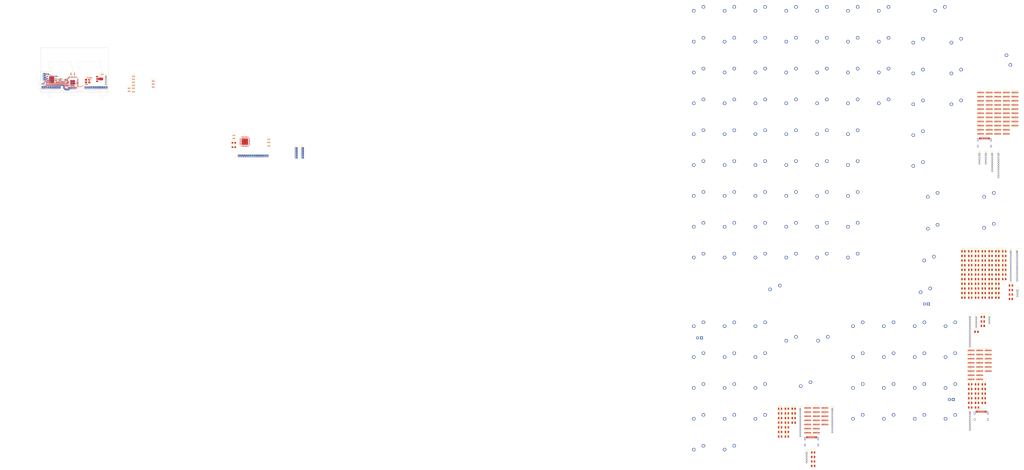
<source format=kicad_pcb>
(kicad_pcb (version 20221018) (generator pcbnew)
  (layers (0 "F.Cu" signal) (1 "In1.Cu" signal) (2 "In2.Cu" signal) (31 "B.Cu" signal) (34 "B.Paste" user) (35 "F.Paste" user) (36 "B.SilkS" user "B.Silkscreen") (37 "F.SilkS" user "F.Silkscreen") (38 "B.Mask" user) (39 "F.Mask" user) (44 "Edge.Cuts" user))
  (net 0 "")
  (net 1 "+3V3")
  (net 2 "GND")
  (net 3 "XTAL1")
  (net 4 "+1V1")
  (net 6 "+5V")
  (net 7 "Net-(C38-Pad1)")
  (net 8 "Net-(C39-Pad1)")
  (net 9 "Net-(C40-Pad1)")
  (net 10 "SW1")
  (net 11 "CS8")
  (net 12 "SW2")
  (net 13 "SW3")
  (net 14 "SW4")
  (net 15 "CS1")
  (net 16 "SW5")
  (net 17 "CS13")
  (net 18 "CS2")
  (net 19 "ROW9")
  (net 20 "Net-(C6-Pad2)")
  (net 21 "CS3")
  (net 22 "ROW10")
  (net 23 "Net-(D6-A)")
  (net 24 "Net-(D8-A)")
  (net 25 "Net-(D9-A)")
  (net 26 "CS4")
  (net 27 "Net-(D10-A)")
  (net 28 "Net-(D12-A)")
  (net 29 "CS5")
  (net 30 "Net-(D13-A)")
  (net 31 "Net-(D15-A)")
  (net 32 "CS6")
  (net 33 "Net-(D16-A)")
  (net 34 "Net-(D18-A)")
  (net 35 "Net-(D19-A)")
  (net 36 "CS7")
  (net 37 "Net-(D20-A)")
  (net 38 "Net-(D23-A)")
  (net 39 "Net-(D24-A)")
  (net 40 "Net-(D27-A)")
  (net 41 "Net-(D28-A)")
  (net 42 "CS9")
  (net 43 "CS10")
  (net 44 "CS11")
  (net 45 "Net-(D29-A)")
  (net 46 "CS14")
  (net 47 "CS15")
  (net 48 "CS16")
  (net 49 "SW7")
  (net 50 "SW8")
  (net 51 "SW9")
  (net 52 "ROW0")
  (net 53 "Net-(D36-B+)")
  (net 54 "ROW2")
  (net 55 "Net-(D47-A)")
  (net 56 "ROW4")
  (net 57 "Net-(D48-A)")
  (net 58 "ROW6")
  (net 59 "Net-(D49-A)")
  (net 60 "ROW8")
  (net 61 "Net-(D50-A)")
  (net 62 "ROW1")
  (net 63 "Net-(D51-A)")
  (net 64 "ROW3")
  (net 65 "Net-(D54-A)")
  (net 66 "ROW5")
  (net 67 "Net-(D55-A)")
  (net 68 "ROW7")
  (net 69 "Net-(D56-A)")
  (net 70 "Net-(D57-A)")
  (net 71 "Net-(D59-A)")
  (net 72 "Net-(D60-A)")
  (net 73 "Net-(D61-A)")
  (net 74 "Net-(D62-A)")
  (net 75 "Net-(D63-A)")
  (net 76 "Net-(D66-A)")
  (net 77 "Net-(D67-A)")
  (net 78 "Net-(D69-A)")
  (net 79 "SW10")
  (net 80 "SW11")
  (net 81 "SW12")
  (net 82 "Net-(D80-B-)")
  (net 83 "Net-(D113-A)")
  (net 84 "Net-(D114-A)")
  (net 85 "Net-(D115-A)")
  (net 86 "Net-(D116-A)")
  (net 87 "Net-(D117-A)")
  (net 88 "Net-(D122-A)")
  (net 89 "Net-(D123-A)")
  (net 90 "Net-(D124-A)")
  (net 91 "Net-(D125-A)")
  (net 92 "Net-(D126-A)")
  (net 93 "Net-(D127-A)")
  (net 94 "Net-(D128-A)")
  (net 95 "Net-(D129-A)")
  (net 96 "Net-(D130-A)")
  (net 97 "Net-(D131-A)")
  (net 98 "Net-(D132-A)")
  (net 99 "Net-(D133-A)")
  (net 100 "Net-(D134-A)")
  (net 101 "Net-(D139-A)")
  (net 102 "Net-(D140-A)")
  (net 103 "Net-(D141-A)")
  (net 104 "Net-(D142-A)")
  (net 105 "Net-(D143-A)")
  (net 106 "Net-(D144-A)")
  (net 107 "Net-(D145-A)")
  (net 108 "Net-(D146-A)")
  (net 109 "Net-(D147-A)")
  (net 110 "Net-(D152-A)")
  (net 111 "Net-(D153-A)")
  (net 112 "Net-(D154-A)")
  (net 113 "Net-(D155-A)")
  (net 114 "Net-(D156-A)")
  (net 115 "Net-(D157-A)")
  (net 116 "Net-(D158-A)")
  (net 117 "Net-(D159-A)")
  (net 118 "Net-(D160-A)")
  (net 119 "Net-(D165-A)")
  (net 120 "Net-(D166-A)")
  (net 121 "Net-(D167-A)")
  (net 122 "Net-(D168-A)")
  (net 123 "Net-(D169-A)")
  (net 124 "Net-(D170-A)")
  (net 125 "Net-(D171-A)")
  (net 126 "Net-(D172-A)")
  (net 127 "Net-(D173-A)")
  (net 128 "Net-(D174-A)")
  (net 129 "Net-(D175-A)")
  (net 130 "Net-(D176-A)")
  (net 131 "Net-(D177-A)")
  (net 132 "Net-(D178-A)")
  (net 133 "Net-(D183-A)")
  (net 134 "Net-(D184-A)")
  (net 135 "Net-(D185-A)")
  (net 136 "Net-(D186-A)")
  (net 137 "Net-(D187-A)")
  (net 138 "Net-(D188-A)")
  (net 139 "Net-(D189-A)")
  (net 140 "Net-(D190-A)")
  (net 141 "Net-(D191-A)")
  (net 142 "Net-(D195-A)")
  (net 143 "Net-(D196-A)")
  (net 144 "Net-(D197-A)")
  (net 145 "Net-(D198-A)")
  (net 146 "Net-(D199-A)")
  (net 147 "Net-(D200-A)")
  (net 148 "Net-(D201-A)")
  (net 149 "Net-(D202-A)")
  (net 150 "Net-(D203-A)")
  (net 151 "Net-(D204-A)")
  (net 152 "Net-(D205-A)")
  (net 153 "Net-(D206-A)")
  (net 154 "CS12")
  (net 155 "RP_RESET")
  (net 156 "SWDIO")
  (net 157 "SWCLK")
  (net 158 "COL0")
  (net 159 "COL1")
  (net 160 "COL2")
  (net 161 "COL3")
  (net 162 "COL4")
  (net 163 "COL5")
  (net 164 "COL6")
  (net 165 "COL7")
  (net 166 "D+")
  (net 167 "D-")
  (net 168 "COL8")
  (net 169 "COL9")
  (net 170 "XTAL2")
  (net 171 "SDA")
  (net 172 "SCL")
  (net 173 "QSPI_CS")
  (net 174 "Net-(D207-A)")
  (net 175 "Net-(J1-Pin_1)")
  (net 176 "RP_D+")
  (net 177 "RP_D-")
  (net 178 "Net-(J1-Pin_2)")
  (net 179 "Net-(J1-Pin_3)")
  (net 180 "Net-(J1-Pin_4)")
  (net 181 "Net-(J1-Pin_5)")
  (net 182 "QSPI_SD3")
  (net 183 "QSPI_CLK")
  (net 184 "QSPI_SD0")
  (net 185 "QSPI_SD2")
  (net 186 "QSPI_SD1")
  (net 187 "Net-(J1-Pin_6)")
  (net 188 "Net-(J1-Pin_7)")
  (net 189 "Net-(J1-Pin_8)")
  (net 190 "Net-(J1-Pin_9)")
  (net 191 "Net-(J1-Pin_10)")
  (net 192 "Net-(J1-Pin_11)")
  (net 193 "Net-(J1-Pin_12)")
  (net 194 "Net-(J1-Pin_13)")
  (net 195 "Net-(J1-Pin_14)")
  (net 196 "Net-(J1-Pin_15)")
  (net 197 "Net-(J1-Pin_16)")
  (net 198 "Net-(J2-Pin_1)")
  (net 199 "Net-(J2-Pin_2)")
  (net 200 "Net-(J2-Pin_3)")
  (net 201 "Net-(J2-Pin_4)")
  (net 202 "Net-(J2-Pin_5)")
  (net 203 "Net-(J2-Pin_6)")
  (net 204 "Net-(J3-Pin_1)")
  (net 205 "Net-(J3-Pin_2)")
  (net 206 "Net-(J3-Pin_3)")
  (net 207 "Net-(J3-Pin_4)")
  (net 208 "Net-(J3-Pin_5)")
  (net 209 "Net-(J3-Pin_6)")
  (net 210 "Net-(J4-Pin_1)")
  (net 211 "Net-(J4-Pin_2)")
  (net 212 "Net-(J4-Pin_3)")
  (net 213 "Net-(J4-Pin_4)")
  (net 214 "Net-(J4-Pin_5)")
  (net 215 "Net-(J4-Pin_6)")
  (net 216 "Net-(J4-Pin_7)")
  (net 217 "Net-(J4-Pin_8)")
  (net 218 "Net-(J4-Pin_9)")
  (net 219 "Net-(J4-Pin_10)")
  (net 220 "Net-(J5-Pin_1)")
  (net 221 "Net-(J5-Pin_2)")
  (net 222 "Net-(J5-Pin_3)")
  (net 223 "Net-(J5-Pin_4)")
  (net 224 "Net-(J5-Pin_5)")
  (net 225 "Net-(J5-Pin_6)")
  (net 226 "Net-(J5-Pin_7)")
  (net 227 "Net-(J5-Pin_8)")
  (net 228 "Net-(J5-Pin_9)")
  (net 229 "Net-(J5-Pin_10)")
  (net 230 "Net-(J5-Pin_11)")
  (net 231 "Net-(J5-Pin_12)")
  (net 232 "/MM2040/DP")
  (net 233 "/MM2040/DN")
  (net 234 "Net-(U1-~{SDB})")
  (net 235 "Net-(U1-IICRST)")
  (net 236 "Net-(U1-RSET)")
  (net 237 "/MM2040/QSPI_CS_TP")
  (net 238 "Net-(USB1-CC1)")
  (net 239 "Net-(USB1-CC2)")
  (net 240 "Net-(USB2-CC1)")
  (net 241 "Net-(USB2-CC2)")
  (net 242 "Net-(USB3-CC1)")
  (net 243 "Net-(USB3-CC2)")
  (footprint "Diode_SMD:D_0805_2012Metric" (layer "F.Cu") (at 636.08 174.565)
    (fp_text reference "D165")
    (fp_text value "D_Small")
  )
  (footprint "Diode_SMD:D_0805_2012Metric" (layer "F.Cu") (at 640.53 171.525)
    (fp_text reference "D175")
    (fp_text value "D_Small")
  )
  (footprint "Frooastboard Footprints:Everlight 99-235" (layer "F.Cu") (at 520.745 276.355)
    (fp_text reference "D53")
    (fp_text value "RGB_LED_6_Pin")
  )
  (footprint "Diode_SMD:D_0805_2012Metric" (layer "F.Cu") (at 511.58 271.615)
    (fp_text reference "D67")
    (fp_text value "D_Small")
  )
  (footprint "Diode_SMD:D_0805_2012Metric" (layer "F.Cu") (at 627.18 165.445)
    (fp_text reference "D128")
    (fp_text value "D_Small")
  )
  (footprint "Frooastboard Footprints:Everlight 99-235" (layer "F.Cu") (at 627.735 246.795)
    (fp_text reference "D25")
    (fp_text value "RGB_LED_6_Pin")
  )
  (footprint "Diode_SMD:D_0805_2012Metric" (layer "F.Cu") (at 627.17 249.525)
    (fp_text reference "D6")
    (fp_text value "D_Small")
  )
  (footprint "Frooastboard Footprints:Everlight 99-235" (layer "F.Cu") (at 531.985 273.645)
    (fp_text reference "D82")
    (fp_text value "RGB_LED_6_Pin")
  )
  (footprint "Frooastboard Footprints:Everlight 99-235" (layer "F.Cu") (at 650.825 72.495)
    (fp_text reference "D221")
    (fp_text value "RGB_LED_6_Pin")
  )
  (footprint "MX_Only:MXOnly-ISO-ROTATED-NoLED-NoStabilizers" (layer "F.Cu") (at 648.39875 37.82)
    (fp_text reference "MX90")
    (fp_text value "Enter")
  )
  (footprint "Connector_PinHeader_1.27mm:PinHeader_1x15_P1.27mm_Vertical" (layer "F.Cu") (at 515.86 265.69)
    (fp_text reference "J19")
    (fp_text value "Conn_01x15_Male")
  )
  (footprint "Diode_SMD:D_0805_2012Metric" (layer "F.Cu") (at 636.08 177.605)
    (fp_text reference "D166")
    (fp_text value "D_Small")
  )
  (footprint "Diode_SMD:D_0805_2012Metric" (layer "F.Cu") (at 644.98 171.525)
    (fp_text reference "D190")
    (fp_text value "D_Small")
  )
  (footprint "MX_Only:MXOnly-1U-NoLED" (layer "F.Cu") (at 594.625 214.025)
    (fp_text reference "MX9")
    (fp_text value "F8")
  )
  (footprint "Connector_PinHeader_1.27mm:PinHeader_1x04_P1.27mm_Vertical" (layer "F.Cu") (at 639.71 205.6)
    (fp_text reference "J18")
    (fp_text value "Conn_01x04_Male")
  )
  (footprint "Frooastboard Footprints:Everlight 99-235" (layer "F.Cu") (at 633.355 227.825)
    (fp_text reference "D26")
    (fp_text value "RGB_LED_6_Pin")
  )
  (footprint "MX_Only:MXOnly-2.25U-NoLED" (layer "F.Cu") (at 603.24125 150.1439)
    (fp_text reference "MX113")
    (fp_text value "Enter")
  )
  (footprint "Diode_SMD:D_0805_2012Metric" (layer "F.Cu") (at 627.17 258.645)
    (fp_text reference "D10")
    (fp_text value "D_Small")
  )
  (footprint "Frooastboard Footprints:Everlight 99-235" (layer "F.Cu") (at 650.825 83.335)
    (fp_text reference "D229")
    (fp_text value "RGB_LED_6_Pin")
  )
  (footprint "Crystal:Crystal_SMD_3225-4Pin_3.2x2.5mm" (layer "F.Cu") (at 49.2076 50.966)
    (fp_text reference "Y1")
    (fp_text value "12MHz")
  )
  (footprint "MX_Only:MXOnly-2U-VerticalStabilizers-NoLED" (layer "F.Cu") (at 531.3839 223.55)
    (fp_text reference "MX37")
    (fp_text value "Enter" hide)
  )
  (footprint "Diode_SMD:D_0805_2012Metric" (layer "F.Cu") (at 627.18 189.765)
    (fp_text reference "D140")
    (fp_text value "D_Small")
  )
  (footprint "Diode_SMD:D_0805_2012Metric" (layer "F.Cu") (at 627.18 162.405)
    (fp_text reference "D127")
    (fp_text value "D_Small")
  )
  (footprint "Frooastboard Footprints:Everlight 99-235" (layer "F.Cu") (at 656.445 69.785)
    (fp_text reference "D245")
    (fp_text value "RGB_LED_6_Pin")
  )
  (footprint "Frooastboard Footprints:Everlight 99-235" (layer "F.Cu") (at 656.445 67.075)
    (fp_text reference "D244")
    (fp_text value "RGB_LED_6_Pin")
  )
  (footprint "MX_Only:MXOnly-1U-NoLED" (layer "F.Cu") (at 449.935 294.825)
    (fp_text reference "MX23")
    (fp_text value "Multiply")
  )
  (footprint "Diode_SMD:D_0805_2012Metric" (layer "F.Cu") (at 649.43 177.605)
    (fp_text reference "D206")
    (fp_text value "D_Small")
  )
  (footprint "MX_Only:MXOnly-1U-NoLED" (layer "F.Cu") (at 470.135 68.055)
    (fp_text reference "MX56")
    (fp_text value ",")
  )
  (footprint "MX_Only:MXOnly-1U-NoLED" (layer "F.Cu") (at 574.425 214.025)
    (fp_text reference "MX5")
    (fp_text value "F4")
  )
  (footprint "Connector_PinHeader_1.27mm:PinHeader_1x06_P1.27mm_Vertical" (layer "F.Cu") (at 637.38 98.6)
    (fp_text reference "J11")
    (fp_text value "F Row SW")
  )
  (footprint "Frooastboard Footprints:Everlight 99-235" (layer "F.Cu") (at 650.825 86.045)
    (fp_text reference "D231")
    (fp_text value "RGB_LED_6_Pin")
  )
  (footprint "Frooastboard Footprints:Everlight 99-235" (layer "F.Cu") (at 520.745 273.645)
    (fp_text reference "D46")
    (fp_text value "RGB_LED_6_Pin")
  )
  (footprint "Diode_SMD:D_0805_2012Metric" (layer "F.Cu") (at 636.08 186.725)
    (fp_text reference "D169")
    (fp_text value "D_Small")
  )
  (footprint "Resistor_SMD:R_0805_2012Metric" (layer "F.Cu") (at 635.43 205.4)
    (fp_text reference "R26")
    (fp_text value "5k1")
  )
  (footprint "Frooastboard Footprints:Everlight 99-235" (layer "F.Cu") (at 645.205 80.625)
    (fp_text reference "D211")
    (fp_text value "RGB_LED_6_Pin")
  )
  (footprint "Frooastboard Footprints:Everlight 99-235" (layer "F.Cu") (at 656.445 72.495)
    (fp_text reference "D247")
    (fp_text value "RGB_LED_6_Pin")
  )
  (footprint "MX_Only:MXOnly-1U-NoLED" (layer "F.Cu") (at 554.225 254.425)
    (fp_text reference "MX3")
    (fp_text value "F2")
  )
  (footprint "Frooastboard Footprints:Everlight 99-235" (layer "F.Cu") (at 526.365 281.775)
    (fp_text reference "D78")
    (fp_text value "RGB_LED_6_Pin")
  )
  (footprint "MX_Only:MXOnly-1U-NoLED" (layer "F.Cu") (at 449.935 68.055)
    (fp_text reference "MX46")
    (fp_text value "K")
  )
  (footprint "Connector_PinHeader_1.27mm:PinHeader_1x05_P1.27mm_Vertical" (layer "F.Cu") (at 61.1632 48.0314)
    (fp_text reference "J6")
    (fp_text value "SW Interface")
  )
  (footprint "Diode_SMD:D_0805_2012Metric" (layer "F.Cu") (at 622.73 165.445)
    (fp_text reference "D113")
    (fp_text value "D_Small")
  )
  (footprint "Package_TO_SOT_SMD:SOT-89-3" (layer "F.Cu") (at 57.3361 49.5554)
    (fp_text reference "U5")
    (fp_text value "LM317L_SOT-89")
  )
  (footprint "Connector_PinHeader_1.27mm:PinHeader_1x16_P1.27mm_Vertical" (layer "F.Cu") (at 627 205.6)
    (fp_text reference "J13")
    (fp_text value "Conn_01x16_Male")
  )
  (footprint "MX_Only:MXOnly-1U-NoLED" (layer "F.Cu") (at 530.735 169.055)
    (fp_text reference "MX95")
    (fp_text value "H")
  )
  (footprint "Capacitor_SMD:C_0402_1005Metric" (layer "F.Cu") (at 79.169 55.6768)
    (fp_text reference "C13")
    (fp_text value "100n")
  )
  (footprint "Resistor_SMD:R_0805_2012Metric" (layer "F.Cu") (at 524.29 294.13)
    (fp_text reference "R29")
    (fp_text value "5k1")
  )
  (footprint "Diode_SMD:D_0805_2012Metric" (layer "F.Cu") (at 627.17 261.685)
    (fp_text reference "D12")
    (fp_text value "D_Small")
  )
  (footprint "MX_Only:MXOnly-1.25U-NoLED" (layer "F.Cu") (at 593.71625 68.695)
    (fp_text reference "MX52")
    (fp_text value "Left GUI")
  )
  (footprint "MX_Only:MXOnly-1U-NoLED" (layer "F.Cu") (at 510.535 148.855)
    (fp_text reference "MX81")
    (fp_text value "]")
  )
  (footprint "MX_Only:MXOnly-1U-NoLED" (layer "F.Cu") (at 490.335 148.855)
    (fp_text reference "MX71")
    (fp_text value "-")
  )
  (footprint "Diode_SMD:D_0805_2012Metric" (layer "F.Cu") (at 631.63 183.685)
    (fp_text reference "D153")
    (fp_text value "D_Small")
  )
  (footprint "Diode_SMD:D_0805_2012Metric" (layer "F.Cu") (at 644.98 189.765)
    (fp_text reference "D199")
    (fp_text value "D_Small")
  )
  (footprint "Resistor_SMD:R_0402_1005Metric" (layer "F.Cu") (at 167.8585 91.082)
    (fp_text reference "R2")
    (fp_text value "100k")
  )
  (footprint "Resistor_SMD:R_0402_1005Metric" (layer "F.Cu") (at 167.8585 93.41)
    (fp_text reference "R3")
    (fp_text value "20k")
  )
  (footprint "MX_Only:MXOnly-1U-NoLED" (layer "F.Cu") (at 470.135 7.455)
    (fp_text reference "MX53")
    (fp_text value "9")
  )
  (footprint "Frooastboard Footprints:Everlight 99-235" (layer "F.Cu") (at 627.735 233.245)
    (fp_text reference "D11")
    (fp_text value "RGB_LED_6_Pin")
  )
  (footprint "MX_Only:MXOnly-1U-NoLED" (layer "F.Cu") (at 470.135 294.825)
    (fp_text reference "MX29")
    (fp_text value "Num 8")
  )
  (footprint "Frooastboard Footprints:Everlight 99-235" (layer "F.Cu") (at 633.965 67.075)
    (fp_text reference "D108")
    (fp_text value "RGB_LED_6_Pin")
  )
  (footprint "Diode_SMD:D_0805_2012Metric" (layer "F.Cu") (at 622.73 168.485)
    (fp_text reference "D114")
    (fp_text value "D_Small")
  )
  (footprint "MX_Only:MXOnly-1U-NoLED" (layer "F.Cu") (at 490.335 7.455)
    (fp_text reference "MX63")
    (fp_text value "P")
  )
  (footprint "Capacitor_SMD:C_0402_1005Metric" (layer "F.Cu") (at 51.2702 48.768 180)
    (fp_text reference "C6")
    (fp_text value "22p")
  )
  (footprint "Frooastboard Footprints:Everlight 99-235" (layer "F.Cu") (at 639.585 64.365)
    (fp_text reference "D137")
    (fp_text value "RGB_LED_6_Pin")
  )
  (footprint "MX_Only:MXOnly-1U-NoLED" (layer "F.Cu") (at 574.425 234.225)
    (fp_text reference "MX6")
    (fp_text value "F5")
  )
  (footprint "MX_Only:MXOnly-1U-NoLED" (layer "F.Cu") (at 449.935 27.655)
    (fp_text reference "MX44")
    (fp_text value "8")
  )
  (footprint "MX_Only:MXOnly-1U-NoLED" (layer "F.Cu") (at 449.935 7.455)
    (fp_text reference "MX39")
    (fp_text value "Escape")
  )
  (footprint "Diode_SMD:D_0805_2012Metric" (layer "F.Cu") (at 631.63 174.565)
    (fp_text reference "D146")
    (fp_text value "D_Small")
  )
  (footprint "Frooastboard Footprints:Everlight 99-235" (layer "F.Cu") (at 627.735 238.665)
    (fp_text reference "D17")
    (fp_text value "RGB_LED_6_Pin")
  )
  (footprint "Frooastboard Footprints:Everlight 99-235" (layer "F.Cu") (at 633.965 69.785)
    (fp_text reference "D109")
    (fp_text value "RGB_LED_6_Pin")
  )
  (footprint "Resistor_SMD:R_0805_2012Metric" (layer "F.Cu") (at 653.84 190.72)
    (fp_text reference "R22")
    (fp_text value "5k1")
  )
  (footprint "Diode_SMD:D_0805_2012Metric" (layer "F.Cu") (at 622.73 177.605)
    (fp_text reference "D117")
    (fp_text value "D_Small")
  )
  (footprint "MX_Only:MXOnly-1U-NoLED" (layer "F.Cu") (at 490.335 274.625)
    (fp_text reference "MX34")
    (fp_text value "Minus")
  )
  (footprint "Frooastboard Footprints:Everlight 99-235" (layer "F.Cu") (at 656.445 64.365)
    (fp_text reference "D239")
    (fp_text value "RGB_LED_6_Pin")
  )
  (footprint "MX_Only:MXOnly-1U-NoLED" (layer "F.Cu") (at 614.825 234.225)
    (fp_text reference "MX14")
    (fp_text value "Print Screen")
  )
  (footprint "Frooastboard Footprints:Everlight 99-235" (layer "F.Cu") (at 633.355 233.245)
    (fp_text reference "D31")
    (fp_text value "RGB_LED_6_Pin")
  )
  (footprint "Diode_SMD:D_0805_2012Metric" (layer "F.Cu") (at 507.13 274.655)
    (fp_text reference "D59")
    (fp_text value "D_Small")
  )
  (footprint "MX_Only:MXOnly-1U-NoLED" (layer "F.Cu") (at 470.135 254.425)
    (fp_text reference "MX26")
    (fp_text value "Num 3")
  )
  (footprint "Frooastboard Footprints:PinHeader_1x12_P1.27mm_Vertical" (layer "F.Cu") (at 47.752 55.88 90)
    (fp_text reference "J5")
    (fp_text value "Conn_01x12")
  )
  (footprint "Diode_SMD:D_0805_2012Metric" (layer "F.Cu") (at 502.68 265.535)
    (fp_text reference "D47")
    (fp_text value "D_Small")
  )
  (footprint "Capacitor_SMD:C_0402_1005Metric" (layer "F.Cu") (at 144.9725 88.522)
    (fp_text reference "C2")
    (fp_text value "10u")
  )
  (footprint "Frooastboard Footprints:Everlight 99-235" (layer "F.Cu") (at 531.985 268.225)
    (fp_text reference "D80")
    (fp_text value "RGB_LED_6_Pin")
  )
  (footprint "Diode_SMD:D_0805_2012Metric" (layer "F.Cu") (at 622.73 174.565)
    (fp_text reference "D116")
    (fp_text value "D_Small")
  )
  (footprint "Diode_SMD:D_0805_2012Metric" (layer "F.Cu") (at 511.58 265.535)
    (fp_text reference "D63")
    (fp_text value "D_Small")
  )
  (footprint "Capacitor_SMD:C_0402_1005Metric" (layer "F.Cu") (at 79.169 49.7668)
    (fp_text reference "C10")
    (fp_text value "100n")
  )
  (footprint "Diode_SMD:D_0805_2012Metric" (layer "F.Cu") (at 507.13 283.775)
    (fp_text reference "D62")
    (fp_text value "D_Small")
  )
  (footprint "Diode_SMD:D_0805_2012Metric" (layer "F.Cu") (at 636.07 252.565)
    (fp_text reference "D27")
    (fp_text value "D_Small")
  )
  (footprint "Frooastboard Footprints:Everlight 99-235" (layer "F.Cu") (at 639.585 61.655)
    (fp_text reference "D136")
    (fp_text value "RGB_LED_6_Pin")
  )
  (footprint "Diode_SMD:D_0805_2012Metric" (layer "F.Cu") (at 644.98 186.725)
    (fp_text reference "D198")
    (fp_text value "D_Small")
  )
  (footprint "Diode_SMD:D_0805_2012Metric" (layer "F.Cu") (at 507.13 280.735)
    (fp_text reference "D61")
    (fp_text value "D_Small")
  )
  (footprint "MX_Only:MXOnly-1U-NoLED" (layer "F.Cu") (at 571.135 7.455)
    (fp_text reference "MX107")
    (fp_text value "Right")
  )
  (footprint "Capacitor_SMD:C_0402_1005Metric" (layer "F.Cu") (at 144.9725 86.552)
    (fp_text reference "C1")
    (fp_text value "0.1u")
  )
  (footprint "MX_Only:MXOnly-1U-NoLED" (layer "F.Cu") (at 470.135 108.455)
    (fp_text reference "MX58")
    (fp_text value "W")
  )
  (footprint "LED_SMD:LED_0805_2012Metric" (layer "F.Cu") (at 636.07 261.685)
    (fp_text reference "D52")
    (fp_text value "Roll Indicator")
  )
  (footprint "MX_Only:MXOnly-1U-NoLED" (layer "F.Cu") (at 449.935 274.625)
    (fp_text reference "MX20")
    (fp_text value "Num 1")
  )
  (footprint "Capacitor_SMD:C_0402_1005Metric" (layer "F.Cu") (at 76.299 57.6468)
    (fp_text reference "C8")
    (fp_text value "100n")
  )
  (footprint "Frooastboard Footprints:Everlight 99-235" (layer "F.Cu") (at 627.735 227.825)
    (fp_text reference "D4")
    (fp_text value "RGB_LED_6_Pin")
  )
  (footprint "Frooastboard Footprints:Everlight 99-235" (layer "F.Cu") (at 656.445 77.915)
    (fp_text reference "D253")
    (fp_text value "RGB_LED_6_Pin")
  )
  (footprint "MX_Only:MXOnly-1U-NoLED" (layer "F.Cu") (at 530.735 68.055)
    (fp_text reference "MX87")
    (fp_text value "V")
  )
  (footprint "Capacitor_SMD:C_0402_1005Metric" (layer "F.Cu") (at 79.169 47.7968)
    (fp_text reference "C9")
    (fp_text value "100n")
  )
  (footprint "Frooastboard Footprints:Everlight 99-235" (layer "F.Cu") (at 633.965 75.205)
    (fp_text reference "D112")
    (fp_text value "RGB_LED_6_Pin")
  )
  (footprint "MX_Only:MXOnly-1U-NoLED" (layer "F.Cu") (at 550.935 148.855)
    (fp_text reference "MX104")
    (fp_text value "J")
  )
  (footprint "Type_C:HRO-TYPE-C-31-M-12" (layer "F.Cu") (at 636.475 96.175)
    (fp_text reference "USB1")
    (fp_text value "HRO-TYPE-C-31-M-12")
  )
  (footprint "MX_Only:MXOnly-1U-NoLED" (layer "F.Cu") (at 449.935 234.225)
    (fp_text reference "MX18")
    (fp_text value "Num 7")
  )
  (footprint "Resistor_SMD:R_0805_2012Metric" (layer "F.Cu") (at 635.43 208.35)
    (fp_text reference "R27")
    (fp_text value "5k1")
  )
  (footprint "Diode_SMD:D_0805_2012Metric" (layer "F.Cu") (at 502.68 271.615)
    (fp_text reference "D49")
    (fp_text value "D_Small")
  )
  (footprint "Frooastboard Footprints:Everlight 99-235" (layer "F.Cu") (at 633.355 246.795)
    (fp_text reference "D36")
    (fp_text value "RGB_LED_6_Pin")
  )
  (footprint "MX_Only:MXOnly-1U-NoLED" (layer "F.Cu") (at 449.935 47.855)
    (fp_text reference "MX45")
    (fp_text value "I")
  )
  (footprint "Resistor_SMD:R_0402_1005Metric" (layer "F.Cu") (at 31.5468 49.7292 -90)
    (fp_text reference "R9")
    (fp_text value "27R")
  )
  (footprint "Resistor_SMD:R_0402_1005Metric" (layer "F.Cu") (at 40.5892 46.357 90)
    (fp_text reference "R5")
    (fp_text value "2k")
  )
  (footprint "Frooastboard Footprints:Everlight 99-235" (layer "F.Cu") (at 650.825 77.915)
    (fp_text reference "D223")
    (fp_text value "RGB_LED_6_Pin")
  )
  (footprint "MX_Only:MXOnly-1U-NoLED" (layer "F.Cu") (at 449.935 254.425)
    (fp_text reference "MX19")
    (fp_text value "Num 4")
  )
  (footprint "MX_Only:MXOnly-2.75U-NoLED" (layer "F.Cu") (at 608.00375 7.455)
    (fp_text reference "MX83")
    (fp_text value "Right Shift")
  )
  (footprint "Connector_PinHeader_1.27mm:PinHeader_1x13_P1.27mm_Vertical" (layer "F.Cu") (at 536.87 265.69)
    (fp_text reference "J21")
    (fp_text value "Conn_01x13_Male")
  )
  (footprint "Frooastboard Footprints:Everlight 99-235" (layer "F.Cu") (at 633.965 80.625)
    (fp_text reference "D119")
    (fp_text value "RGB_LED_6_Pin")
  )
  (footprint "Diode_SMD:D_0805_2012Metric" (layer "F.Cu") (at 636.07 258.645)
    (fp_text reference "D29")
    (fp_text value "D_Small")
  )
  (footprint "Diode_SMD:D_0805_2012Metric" (layer "F.Cu") (at 640.53 189.765)
    (fp_text reference "D185")
    (fp_text value "D_Small")
  )
  (footprint "Diode_SMD:D_0805_2012Metric" (layer "F.Cu") (at 644.98 168.485)
    (fp_text reference "D189")
    (fp_text value "D_Small")
  )
  (footprint "Capacitor_Tantalum_SMD:CP_EIA-2012-15_AVX-P" (layer "F.Cu") (at 144.9335 91.396)
    (fp_text reference "C3")
    (fp_text value "10u")
  )
  (footprint "Diode_SMD:D_0805_2012Metric" (layer "F.Cu") (at 631.63 192.805)
    (fp_text reference "D156")
    (fp_text value "D_Small")
  )
  (footprint "MX_Only:MXOnly-1U-NoLED" (layer "F.Cu") (at 550.935 128.655)
    (fp_text reference "MX103")
    (fp_text value "U")
  )
  (footprint "Frooastboard Footprints:Everlight 99-235" (layer "F.Cu") (at 645.205 61.655)
    (fp_text reference "D179")
    (fp_text value "RGB_LED_6_Pin")
  )
  (footprint "Diode_SMD:D_0805_2012Metric" (layer "F.Cu") (at 644.98 177.605)
    (fp_text reference "D195")
    (fp_text value "D_Small")
  )
  (footprint "MX_Only:MXOnly-1U-NoLED" (layer "F.Cu") (at 490.335 169.055)
    (fp_text reference "MX72")
    (fp_text value "[")
  )
  (footprint "MX_Only:MXOnly-1U-NoLED" (layer "F.Cu") (at 530.735 148.855)
    (fp_text reference "MX94")
    (fp_text value "Y")
  )
  (footprint "MX_Only:MXOnly-1.25U-NoLED" (layer "F.Cu") (at 593.71625 48.495)
    (fp_text reference "MX43")
    (fp_text value "Left Control")
  )
  (footprint "MX_Only:MXOnly-1U-NoLED" (layer "F.Cu") (at 470.135 214.025)
    (fp_text reference "MX24")
    (fp_text value "Num 9")
  )
  (footprint "MX_Only:MXOnly-1U-NoLED" (layer "F.Cu") (at 554.225 214.025)
    (fp_text reference "MX1")
    (fp_text value "Escape")
  )
  (footprint "Frooastboard Footprints:Everlight 99-235" (layer "F.Cu") (at 638.975 238.665)
    (fp_text reference "D41")
    (fp_text value "RGB_LED_6_Pin")
  )
  (footprint "Frooastboard Footprints:Everlight 99-235" (layer "F.Cu") (at 633.355 230.535)
    (fp_text reference "D30")
    (fp_text value "RGB_LED_6_Pin")
  )
  (footprint "Capacitor_SMD:C_0402_1005Metric" (layer "F.Cu") (at 79.169 53.7068)
    (fp_text reference "C12")
    (fp_text value "100n")
  )
  (footprint "Frooastboard Footprints:Everlight 99-235" (layer "F.Cu") (at 645.205 69.785)
    (fp_text reference "D192")
    (fp_text value "RGB_LED_6_Pin")
  )
  (footprint "Frooastboard Footprints:Everlight 99-235" (layer "F.Cu") (at 639.585 72.495)
    (fp_text reference "D149")
    (fp_text value "RGB_LED_6_Pin")
  )
  (footprint "Package_DFN_QFN:QFN-48-1EP_6x6mm_P0.4mm_EP4.2x4.2mm" (layer "F.Cu") (at 152.1125 90.616)
    (fp_text reference "U1")
    (fp_text value "IS31FL3733-QF")
  )
  (footprint "Frooastboard Footprints:Everlight 99-235" (layer "F.Cu") (at 639.585 80.625)
    (fp_text reference "D161")
    (fp_text value "RGB_LED_6_Pin")
  )
  (footprint "Connector_PinHeader_1.27mm:PinHeader_1x04_P1.27mm_Vertical" (layer "F.Cu") (at 658.12 187.97)
    (fp_text reference "J16")
    (fp_text value "F Row USB")
  )
  (footprint "Diode_SMD:D_0805_2012Metric" (layer "F.Cu") (at 502.68 280.735)
    (fp_text reference "D54")
    (fp_text value "D_Small")
  )
  (footprint "MX_Only:MXOnly-1U-NoLED" (layer "F.Cu") (at 574.425 274.625)
    (fp_text reference "MX8")
    (fp_text value "F7")
  )
  (footprint "Diode_SMD:D_0805_2012Metric" (layer "F.Cu") (at 627.18 168.485)
    (fp_text reference "D129")
    (fp_text value "D_Small")
  )
  (footprint "Diode_SMD:D_0805_2012Metric" (layer "F.Cu") (at 640.53 165.445)
    (fp_text reference "D173")
    (fp_text value "D_Small")
  )
  (footprint "Frooastboard Footprints:Everlight 99-235" (layer "F.Cu") (at 650.825 69.785)
    (fp_text reference "D220")
    (fp_text value "RGB_LED_6_Pin")
  )
  (footprint "Frooastboard Footprints:Everlight 99-235" (layer "F.Cu") (at 638.975 241.375)
    (fp_text reference "D42")
    (fp_text value "RGB_LED_6_Pin")
  )
  (footprint "Capacitor_SMD:C_0402_1005Metric" (layer "F.Cu") (at 79.1937 57.9692)
    (fp_text reference "C14")
    (fp_text value "100n")
  )
  (footprint "Frooastboard Footprints:Everlight 99-235" (layer "F.Cu") (at 526.365 270.935)
    (fp_text reference "D74")
    (fp_text value "RGB_LED_6_Pin")
  )
  (footprint "Frooastboard Footprints:PinHeader_1x10_P1.27mm_Vertical" (layer "F.Cu") (at 19.558 55.88 90)
    (fp_text reference "J4")
    (fp_text value "Conn_01x10")
  )
  (footprint "Connector_PinHeader_1.27mm:PinHeader_1x16_P1.27mm_Vertical" (layer "F.Cu") (at 653.71 162.56)
    (fp_text reference "J8")
    (fp_text value "Numpad CS")
  )
  (footprint "Diode_SMD:D_0805_2012Metric" (layer "F.Cu") (at 627.18 183.685)
    (fp_text reference "D134")
    (fp_text value "D_Small")
  )
  (footprint "Frooastboard Footprints:Everlight 99-235" (layer "F.Cu") (at 650.825 58.945)
    (fp_text reference "D215")
    (fp_text value "RGB_LED_6_Pin")
  )
  (footprint "Resistor_SMD:R_0402_1005Metric" (layer "F.Cu") (at 167.8585 89.092)
    (fp_text reference "R1")
    (fp_text value "100k")
  )
  (footprint "Capacitor_SMD:C_0402_1005Metric" (layer "F.Cu") (at 48.583 53.1622 180)
    (fp_text reference "C5")
    (fp_text value "22p")
  )
  (footprint "Frooastboard Footprints:Everlight 99-235" (layer "F.Cu") (at 633.965 77.915)
    (fp_text reference "D118")
    (fp_text value "RGB_LED_6_Pin")
  )
  (footprint "Diode_SMD:D_0805_2012Metric" (layer "F.Cu") (at 631.63 180.645)
    (fp_text reference "D152")
    (fp_text value "D_Small")
  )
  (footprint "Package_SON:WSON-8-1EP_6x5mm_P1.27mm_EP3.4x4.3mm" (layer "F.Cu") (at 25.6794 50.0126)
    (fp_text reference "U3")
    (fp_text value "W25Q32JVZP")
  )
  (footprint "Diode_SMD:D_0805_2012Metric" (layer "F.Cu") (at 631.62 264.725)
    (fp_text reference "D23")
    (fp_text value "D_Small")
  )
  (footprint "MX_Only:MXOnly-1U-NoLED" (layer "F.Cu") (at 449.935 108.455)
    (fp_text reference "MX48")
    (fp_text value "1")
  )
  (footprint "Frooastboard Footprints:Everlight 99-235" (layer "F.Cu") (at 633.355 238.665)
    (fp_text reference "D33")
    (fp_text value "RGB_LED_6_Pin")
  )
  (footprint "MX_Only:MXOnly-1U-NoLED" (layer "F.Cu") (at 490.335 234.225)
    (fp_text reference "MX31")
    (fp_text value "Num 2")
  )
  (footprint "Frooastboard Footprints:Everlight 99-235" (layer "F.Cu") (at 645.205 75.205)
    (fp_text reference "D208")
    (fp_text value "RGB_LED_6_Pin")
  )
  (footprint "Resistor_SMD:R_0805_2012Metric" (layer "F.Cu") (at 524.29 300.03)
    (fp_text reference "R31")
    (fp_text value "2R")
  )
  (footprint "MX_Only:MXOnly-1U-NoLED" (layer "F.Cu") (at 550.935 68.055)
    (fp_text reference "MX100")
    (fp_text value "Home")
  )
  (footprint "Frooastboard Footprints:Everlight 99-235" (layer "F.Cu") (at 633.965 58.945)
    (fp_text reference "D3")
    (fp_text value "RGB_LED_6_Pin")
  )
  (footprint "Frooastboard Footprints:Everlight 99-235" (layer "F.Cu") (at 645.205 83.335)
    (fp_text reference "D212")
    (fp_text value "RGB_LED_6_Pin")
  )
  (footprint "Diode_SMD:D_0805_2012Metric" (layer "F.Cu") (at 631.62 255.605)
    (fp_text reference "D18")
    (fp_text value "D_Small")
  )
  (footprint "Frooastboard Footprints:Everlight 99-235" (layer "F.Cu") (at 633.965 64.365)
    (fp_text reference "D107")
    (fp_text value "RGB_LED_6_Pin")
  )
  (footprint "MX_Only:MXOnly-1U-NoLED" (layer "F.Cu") (at 550.935 108.455)
    (fp_text reference "MX102")
    (fp_text value "7")
  )
  (footprint "MX_Only:MXOnly-1U-NoLED" (layer "F.Cu") (at 470.135 128.655)
    (fp_text reference "MX59")
    (fp_text value "S")
  )
  (footprint "Diode_SMD:D_0805_2012Metric" (layer "F.Cu") (at 644.98 180.645)
    (fp_text reference "D196")
    (fp_text value "D_Small")
  )
  (footprint "Diode_SMD:D_0805_2012Metric" (layer "F.Cu") (at 636.08 165.445)
    (fp_text reference "D158")
    (fp_text value "D_Small")
  )
  (footprint "Diode_SMD:D_0805_2012Metric" (layer "F.Cu") (at 622.73 183.685)
    (fp_text reference "D123")
    (fp_text value "D_Small")
  )
  (footprint "Frooastboard Footprints:MM2040" (layer "F.Cu") (at 0.25 0.25)
    (fp_text reference "M1" hide)
    (fp_text value "Frooastboard_MM2040")
  )
  (footprint "Diode_SMD:D_0805_2012Metric" (layer "F.Cu") (at 640.53 162.405)
    (fp_text reference "D172")
    (fp_text value "D_Small")
  )
  (footprint "MX_Only:MXOnly-1.75U" (layer "F.Cu") (at 598.47875 191.825)
    (fp_text reference "MX41")
    (fp_text value "Caps Lock")
  )
  (footprint "MX_Only:MXOnly-1U-NoLED" (layer "F.Cu") (at 594.625 254.425)
    (fp_text reference "MX11")
    (fp_text value "F10")
  )
  (footprint "Capacitor_SMD:C_0402_1005Metric" (layer "F.Cu") (at 92.095 50.9748)
    (fp_text reference "C15")
    (fp_text value "10u")
  )
  (footprint "MX_Only:MXOnly-2.25U-NoLED" (layer "F.Cu") (at 603.24125 129.295)
    (fp_text reference "MX111")
    (fp_text value "Left Shift")
  )
  (footprint "Capacitor_SMD:C_0805_2012Metric" (layer "F.Cu") (at 631.3 215.13)
    (fp_text reference "C39")
    (fp_text value "10u")
  )
  (footprint "Frooastboard Footprints:Everlight 99-235" (layer "F.Cu") (at 526.365 276.355)
    (fp_text reference "D76")
    (fp_text value "RGB_LED_6_Pin")
  )
  (footprint "Diode_SMD:D_0805_2012Metric" (layer "F.Cu") (at 622.73 180.645)
    (fp_text reference "D122")
    (fp_text value "D_Small")
  )
  (footprint "Capacitor_SMD:C_0402_1005Metric" (layer "F.Cu") (at 79.169 51.7368)
    (fp_text reference "C11")
    (fp_text value "100n")
  )
  (footprint "Diode_SMD:D_0805_2012Metric" (layer "F.Cu") (at 627.18 192.805)
    (fp_text reference "D141")
    (fp_text value "D_Small")
  )
  (footprint "Frooastboard Footprints:Everlight 99-235" (layer "F.Cu") (at 627.735 235.955)
    (fp_text reference "D14")
    (fp_text value "RGB_LED_6_Pin")
  )
  (footprint "MX_Only:MXOnly-1U-NoLED" (layer "F.Cu") (at 470.135 274.625)
    (fp_text reference "MX28")
    (fp_text value "Divide")
  )
  (footprint "MX_Only:MXOnly-1U-NoLED" (layer "F.Cu") (at 470.135 234.225)
    (fp_text reference "MX25")
    (fp_text value "Num 6")
  )
  (footprint "MX_Only:MXOnly-1U-NoLED" (layer "F.Cu") (at 510.535 27.655)
    (fp_text reference "MX74")
    (fp_text value "/")
  )
  (footprint "Diode_SMD:D_0805_2012Metric" (layer "F.Cu") (at 644.98 162.405)
    (fp_text reference "D187")
    (fp_text value "D_Small")
  )
  (footprint "Frooastboard Footprints:Everlight 99-235" (layer "F.Cu") (at 645.205 67.075)
    (fp_text reference "D181")
    (fp_text value "RGB_LED_6_Pin")
  )
  (footprint "Frooastboard Footprints:Everlight 99-235" (layer "F.Cu") (at 633.965 83.335)
    (fp_text reference "D120")
    (fp_text value "RGB_LED_6_Pin")
  )
  (footprint "Diode_SMD:D_0805_2012Metric" (layer "F.Cu") (at 502.68 277.695)
    (fp_text reference "D51")
    (fp_text value "D_Small")
  )
  (footprint "Diode_SMD:D_0805_2012Metric" (layer "F.Cu") (at 631.63 186.725)
    (fp_text reference "D154")
    (fp_text value "D_Small")
  )
  (footprint "MX_Only:MXOnly-1U-NoLED" (layer "F.Cu") (at 470.135 27.655)
    (fp_text reference "MX54")
    (fp_text value "O")
  )
  (footprint "Frooastboard Footprints:Everlight 99-235" (layer "F.Cu") (at 638.975 230.535)
    (fp_text reference "D38")
    (fp_text value "RGB_LED_6_Pin")
  )
  (footprint "Frooastboard Footprints:Everlight 99-235" (layer "F.Cu") (at 656.445 61.655)
    (fp_text reference "D237")
    (fp_text value "RGB_LED_6_Pin")
  )
  (footprint "Capacitor_SMD:C_0402_1005Metric" (layer "F.Cu") (at 76.299 55.6768)
    (fp_text reference "C7")
    (fp_text value "10u")
  )
  (footprint "Diode_SMD:D_0805_2012Metric" (layer "F.Cu") (at 640.53 192.805)
    (fp_text reference "D186")
    (fp_text value "D_Small")
  )
  (footprint "Frooastboard Footprints:Everlight 99-235" (layer "F.Cu") (at 650.825 67.075)
    (fp_text reference "D219")
    (fp_text value "RGB_LED_6_Pin")
  )
  (footprint "Frooastboard Footprints:PinHeader_1x04_P1.27mm_Vertical" (layer "F.Cu") (at 19.939 46.2076)
    (fp_text reference "J7")
    (fp_text value "Conn_01x04")
  )
  (footprint "Frooastboard Footprints:Everlight 99-235" (layer "F.Cu") (at 639.585 67.075)
    (fp_text reference "D138")
    (fp_text value "RGB_LED_6_Pin")
  )
  (footprint "Diode_SMD:D_0805_2012Metric" (layer "F.Cu") (at 511.58 268.575)
    (fp_text reference "D66")
    (fp_text value "D_Small")
  )
  (footprint "Diode_SMD:D_0805_2012Metric" (layer "F.Cu") (at 644.98 165.445)
    (fp_text reference "D188")
    (fp_text value "D_Small")
  )
  (footprint "MX_Only:MXOnly-1U-NoLED" (layer "F.Cu") (at 490.335 214.025)
    (fp_text reference "MX30")
    (fp_text value "Num 5")
  )
  (footprint "Diode_SMD:D_0805_2012Metric" (layer "F.Cu") (at 644.98 192.805)
    (fp_text reference "D200")
    (fp_text value "D_Small")
  )
  (footprint "MX_Only:MXOnly-1U-NoLED" (layer "F.Cu") (at 490.335 27.655)
    (fp_text reference "MX64")
    (fp_text value ";")
  )
  (footprint "Diode_SMD:D_0805_2012Metric" (layer "F.Cu") (at 636.08 171.525)
    (fp_text reference "D160")
    (fp_text value "D_Small")
  )
  (footprint "Diode_SMD:D_0805_2012Metric" (layer "F.Cu") (at 631.63 177.605)
    (fp_text reference "D147")
    (fp_text value "D_Small")
  )
  (footprint "MX_Only:MXOnly-1.25U-NoLED" (layer "F.Cu") (at 593.71625 109.095)
    (fp_text reference "MX79")
    (fp_text value "Right Alt")
  )
  (footprint "Type_C:HRO-TYPE-C-31-M-12" (layer "F.Cu") (at 523.255 291.905)
    (fp_text reference "USB3")
    (fp_text value "HRO-TYPE-C-31-M-12")
  )
  (footprint "Diode_SMD:D_0805_2012Metric" (layer "F.Cu") (at 507.13 277.695)
    (fp_text reference "D60")
    (fp_text value "D_Small")
  )
  (footprint "Diode_SMD:D_0805_2012Metric" (layer "F.Cu") (at 631.63 171.525)
    (fp_text reference "D145")
    (fp_text value "D_Small")
  )
  (footprint "Diode_SMD:D_0805_2012Metric" (layer "F.Cu") (at 649.43 168.485)
    (fp_text reference "D203")
    (fp_text value "D_Small")
  )
  (footprint "Diode_SMD:D_0805_2012Metric" (layer "F.Cu") (at 502.68 283.775)
    (fp_text reference "D55")
    (fp_text value "D_Small")
  )
  (footprint "Diode_SMD:D_0805_2012Metric" (layer "F.Cu") (at 627.18 177.605)
    (fp_text reference "D132")
    (fp_text value "D_Small")
  )
  (footprint "Capacitor_SMD:C_0805_2012Metric" (layer "F.Cu") (at 653.86 184.79)
    (fp_text reference "C38")
    (fp_text value "10u")
  )
  (footprint "Capacitor_Tantalum_SMD:CP_EIA-2012-15_AVX-P" (layer "F.Cu") (at 144.9335 94.206)
    (fp_text reference "C4")
    (fp_text value "10u")
  )
  (footprint "Frooastboard Footprints:Everlight 99-235" (layer "F.Cu") (at 645.205 64.365)
    (fp_text reference "D180")
    (fp_text value "RGB_LED_6_Pin")
  )
  (footprint "Frooastboard Footprints:Everlight 99-235" (layer "F.Cu") (at 638.975 233.245)
    (fp_text reference "D39")
    (fp_text value "RGB_LED_6_Pin")
  )
  (footprint "Diode_SMD:D_0805_2012Metric" (layer "F.Cu") (at 627.18 180.645)
    (fp_text reference "D133")
    (fp_text value "D_Small")
  )
  (footprint "MX_Only:MXOnly-1U-NoLED" (layer "F.Cu") (at 510.535 108.455)
    (fp_text reference "MX78")
    (fp_text value "C")
  )
  (footprint "Frooastboard Footprints:Everlight 99-235" (layer "F.Cu") (at 520.745 270.935)
    (fp_text reference "D45")
    (fp_text value "RGB_LED_6_Pin")
  )
  (footprint "Diode_SMD:D_0805_2012Metric" (layer "F.Cu") (at 649.43 165.445)
    (fp_text reference "D202")
    (fp_text value "D_Small")
  )
  (footprint "Diode_SMD:D_0805_2012Metric" (layer "F.Cu") (at 640.53 168.485)
    (fp_text reference "D174")
    (fp_text value "D_Small")
  )
  (footprint "Type_C:HRO-TYPE-C-31-M-12" (layer "F.Cu") (at 634.395 275.165)
    (fp_text reference "USB2")
    (fp_text value "HRO-TYPE-C-31-M-12")
  )
  (footprint "Frooastboard Footprints:Everlight 99-235" (layer "F.Cu") (at 656.445 58.945)
    (fp_text reference "D236")
    (fp_text value "RGB_LED_6_Pin")
  )
  (footprint "Diode_SMD:D_0805_2012Metric" (layer "F.Cu") (at 636.08 180.645)
    (fp_text reference "D167")
    (fp_text value "D_Small")
  )
  (footprint "MX_Only:MXOnly-6.25U-ReversedStabilizers-NoLED" (layer "F.Cu") (at 499.94125 189.9039)
    (fp_text reference "MX70")
    (fp_text value "Space")
  )
  (footprint "Diode_SMD:D_0805_2012Metric" (layer "F.Cu") (at 636.08 189.765)
    (fp_text reference "D170")
    (fp_text value "D_Small")
  )
  (footprint "Diode_SMD:D_0805_2012Metric" (layer "F.Cu") (at 644.98 183.685)
    (fp_text reference "D197")
    (fp_text value "D_Small")
  )
  (footprint "Frooastboard Footprints:Everlight 99-235" (layer "F.Cu") (at 639.585 86.045)
    (fp_text reference "D163")
    (fp_text value "RGB_LED_6_Pin")
  )
  (footprint "Capacitor_SMD:C_0402_1005Metric" (layer "F.Cu") (at 92.095 54.9148)
    (fp_text reference "C17")
    (fp_text value "100n")
  )
  (footprint "Frooastboard Footprints:Everlight 99-235" (layer "F.Cu") (at 656.445 80.625)
    (fp_text reference "D255")
    (fp_text value "RGB_LED_6_Pin")
  )
  (footprint "Diode_SMD:D_0805_2012Metric" (layer "F.Cu") (at 636.07 249.525)
    (fp_text reference "D24")
    (fp_text value "D_Small")
  )
  (footprint "MX_Only:MXOnly-1U-NoLED" (layer "F.Cu") (at 510.535 169.055)
    (fp_text reference "MX82")
    (fp_text value "\\")
  )
  (footprint "Diode_SMD:D_0805_2012Metric" (layer "F.Cu") (at 649.43 180.645)
    (fp_text reference "D207")
    (fp_text value "D_Small")
  )
  (footprint "Frooastboard Footprints:Everlight 99-235" (layer "F.Cu") (at 531.985 265.515)
    (fp_text reference "D79")
    (fp_text value "RGB_LED_6_Pin")
  )
  (footprint "Frooastboard Footprints:Everlight 99-235" (layer "F.Cu") (at 650.825 80.625)
    (fp_text reference "D228")
    (fp_text value "RGB_LED_6_Pin")
  )
  (footprint "Diode_SMD:D_0805_2012Metric" (layer "F.Cu") (at 636.07 255.605)
    (fp_text reference "D28")
    (fp_text value "D_Small")
  )
  (footprint "Resistor_SMD:R_0805_2012Metric" (layer "F.Cu") (at 635.43 211.3)
    (fp_text reference "R28")
    (fp_text value "2R")
  )
  (footprint "Resistor_SMD:R_0402_1005Metric" (layer "F.Cu") (at 49.3658 48.768)
    (fp_text reference "R7")
    (fp_text value "1k")
  )
  (footprint "MX_Only:MXOnly-1U-NoLED" (layer "F.Cu") (at 530.735 108.455)
    (fp_text reference "MX92")
    (fp_text value "Delete")
  )
  (footprint "Diode_SMD:D_0805_2012Metric" (layer "F.Cu") (at 627.18 171.525)
    (fp_text reference "D130")
    (fp_text value "D_Small")
  )
  (footprint "Capacitor_SMD:C_0402_1005Metric" (layer "F.Cu") (at 92.095 52.9448)
    (fp_text reference "C16")
    (fp_text value "100n")
  )
  (footprint "MX_Only:MXOnly-1U-NoLED" (layer "F.Cu") (at 550.935 27.655)
    (fp_text reference "MX98")
    (fp_text value "Left")
  )
  (footprint "MX_Only:MXOnly-1U-NoLED" (layer "F.Cu") (at 449.935 128.655)
    (fp_text reference "MX49")
    (fp_text value "Q")
  )
  (footprint "Frooastboard Footprints:Everlight 99-235" (layer "F.Cu") (at 526.365 273.645)
    (fp_text reference "D75")
    (fp_text value "RGB_LED_6_Pin")
  )
  (footprint "MX_Only:MXOnly-1U-NoLED" (layer "F.Cu") (at 554.225 274.625)
    (fp_text reference "MX4")
    (fp_text value "F3")
  )
  (footprint "Diode_SMD:D_0805_2012Metric" (layer "F.Cu") (at 631.63 168.485)
    (fp_text reference "D144")
    (fp_text value "D_Small")
  )
  (footprint "Diode_SMD:D_0805_2012Metric" (layer "F.Cu") (at 649.43 174.565)
    (fp_text reference "D205")
    (fp_text value "D_Small")
  )
  (footprint "Diode_SMD:D_0805_2012Metric" (layer "F.Cu") (at 622.73 192.805)
    (fp_text reference "D126")
    (fp_text value "D_Small")
  )
  (footprint "MX_Only:MXOnly-1U-NoLED" (layer "F.Cu") (at 470.135 148.855)
    (fp_text reference "MX60")
    (fp_text value "Z")
  )
  (footprint "MX_Only:MXOnly-1U-NoLED" (layer "F.Cu") (at 490.335 254.425)
    (fp_text reference "MX32")
    (fp_text value "Comma")
  )
  (footprint "Frooastboard Footprints:Everlight 99-235" (layer "F.Cu") (at 627.735 244.085)
    (fp_text reference "D22")
    (fp_text value "RGB_LED_6_Pin")
  )
  (footprint "Frooastboard Footprints:Everlight 99-235" (layer "F.Cu") (at 531.985 270.935)
    (fp_text reference "D81")
    (fp_text value "RGB_LED_6_Pin")
  )
  (footprint "Diode_SMD:D_0805_2012Metric" (layer "F.Cu") (at 640.53 174.565)
    (fp_text reference "D176")
    (fp_text value "D_Small")
  )
  (footprint "Connector_PinHeader_1.27mm:PinHeader_1x10_P1.27mm_Vertical" (layer "F.Cu") (at 641.53 98.6)
    (fp_text reference "J15")
    (fp_text value "F Row")
  )
  (footprint "MX_Only:MXOnly-1U-NoLED" (layer "F.Cu") (at 530.735 27.655)
    (fp_text reference "MX85")
    (fp_text value "T")
  )
  (footprint "Diode_SMD:D_0805_2012Metric" (layer "F.Cu") (at 640.53 180.645)
    (fp_text reference "D178")
    (fp_text value "D_Small")
  )
  (footprint "MX_Only:MXOnly-1U-NoLED" (layer "F.Cu") (at 614.825 274.625)
    (fp_text reference "MX16")
    (fp_text value "Pause")
  )
  (footprint "Frooastboard Footprints:Everlight 99-235" (layer "F.Cu") (at 633.965 72.495)
    (fp_text reference "D110")
    (fp_text value "RGB_LED_6_Pin")
  )
  (footprint "MX_Only:MXOnly-1U-NoLED" (layer "F.Cu") (at 490.335 47.855)
    (fp_text reference "MX65")
    (fp_text value ".")
  )
  (footprint "Diode_SMD:D_0805_2012Metric" (layer "F.Cu") (at 631.62 261.685)
    (fp_text reference "D20")
    (fp_text value "D_Small")
  )
  (footprint "Diode_SMD:D_0805_2012Metric" (layer "F.Cu") (at 507.13 268.575)
    (fp_text reference "D57")
    (fp_text value "D_Small")
  )
  (footprint "MX_Only:MXOnly-1.25U-NoLED" (layer "F.Cu") (at 618.67875 68.695)
    (fp_text reference "MX106")
    (fp_text value "Right Control")
  )
  (footprint "MX_Only:MXOnly-1U-NoLED" (layer "F.Cu") (at 490.335 88.255)
    (fp_text reference "MX67")
    (fp_text value "E")
  )
  (footprint "Frooastboard Footprints:PinHeader_1x06_P1.27mm_Vertical" (layer "F.Cu") (at 185.2185 94.826)
    (fp_text reference "J2")
    (fp_text value "Conn_01x06")
  )
  (footprint "MX_Only:MXOnly-1.25U-NoLED" (layer "F.Cu") (at 593.71625 88.895)
    (fp_text reference "MX61")
    (fp_text value "Left Alt")
  )
  (footprint "Diode_SMD:D_0805_2012Metric" (layer "F.Cu") (at 622.73 189.765)
    (fp_text reference "D125")
    (fp_text value "D_Small")
  )
  (footprint "Resistor_SMD:R_0805_2012Metric" (layer "F.Cu") (at 524.29 297.08)
    (fp_text reference "R30")
    (fp_text value "5k1")
  )
  (footprint "Diode_SMD:D_0805_2012Metric" (layer "F.Cu") (at 511.58 274.655)
    (fp_text reference "D69")
    (fp_text value "D_Small")
  )
  (footprint "Frooastboard Footprints:Everlight 99-235" (layer "F.Cu") (at 520.745 265.515)
    (fp_text reference "D43")
    (fp_text value "RGB_LED_6_Pin")
  )
  (footprint "Frooastboard Footprints:Everlight 99-235" (layer "F.Cu") (at 531.985 276.355)
    (fp_text reference "D83")
    (fp_text value "RGB_LED_6_Pin")
  )
  (footprint "Frooastboard Footprints:Everlight 99-235" (layer "F.Cu") (at 520.745 281.775)
    (fp_text reference "D71")
    (fp_text value "RGB_LED_6_Pin")
  )
  (footprint "MX_Only:MXOnly-1U-NoLED" (layer "F.Cu") (at 449.935 148.855)
    (fp_text reference "MX50")
    (fp_text value "A")
  )
  (footprint "MX_Only:MXOnly-1U-NoLED" (layer "F.Cu") (at 550.935 7.455)
    (fp_text reference "MX96")
    (fp_text value "B")
  )
  (footprint "Frooastboard Footprints:Everlight 99-235" (layer "F.Cu") (at 650.825 75.205)
    (fp_text reference "D222")
    (fp_text value "RGB_LED_6_Pin")
  )
  (footprint "Frooastboard Footprints:Everlight 99-235" (layer "F.Cu") (at 639.585 75.205)
    (fp_text reference "D150")
    (fp_text value "RGB_LED_6_Pin")
  )
  (footprint "MX_Only:MXOnly-2U-VerticalStabilizers-NoLED" (layer "F.Cu") (at 510.535 223.55)
    (fp_text reference "MX35")
    (fp_text value "Plus" hide)
  )
  (footprint "Diode_SMD:D_0805_2012Metric" (layer "F.Cu") (at 622.73 186.725)
    (fp_text reference "D124")
    (fp_text value "D_Small")
  )
  (footprint "LED_SMD:LED_0805_2012Metric" (layer "F.Cu") (at 507.13 271.615)
    (fp_text reference "D58")
    (fp_text value "Num Lock Indicator")
  )
  (footprint "MX_Only:MXOnly-1U-NoLED" (layer "F.Cu") (at 470.135 169.055)
    (fp_text reference "MX62")
    (fp_text value "0")
  )
  (footprint "Frooastboard Footprints:Everlight 99-235" (layer "F.Cu") (at 526.365 279.065)
    (fp_text reference "D77")
    (fp_text value "RGB_LED_6_Pin")
  )
  (footprint "Frooastboard Footprints:Everlight 99-235" (layer "F.Cu") (at 520.745 268.225)
    (fp_text reference "D44")
    (fp_text value "RGB_LED_6_Pin")
  )
  (footprint "MX_Only:MXOnly-1U-NoLED" (layer "F.Cu") (at 550.935 88.255)
    (fp_text reference "MX101")
    (fp_text value "End")
  )
  (footprint "Resistor_SMD:R_0805_2012Metric" (layer "F.Cu") (at 653.84 187.77)
    (fp_text reference "R21")
    (fp_text value "5k1")
  )
  (footprint "Diode_SMD:D_0805_2012Metric" (layer "F.Cu") (at 649.43 162.405)
    (fp_text reference "D201")
    (fp_text value "D_Small")
  )
  (footprint "Frooastboard Footprints:Everlight 99-235" (layer "F.Cu") (at 633.965 86.045)
    (fp_text reference "D121")
    (fp_text value "RGB_LED_6_Pin")
  )
  (footprint "Diode_SMD:D_0805_2012Metric" (layer "F.Cu") (at 627.17 255.605)
    (fp_text reference "D9")
    (fp_text value "D_Small")
  )
  (footprint "Diode_SMD:D_0805_2012Metric" (layer "F.Cu") (at 631.63 165.445)
    (fp_text reference "D143")
    (fp_text value "D_Small")
  )
  (footprint "Diode_SMD:D_0805_2012Metric" (layer "F.Cu") (at 627.17 252.565)
    (fp_text reference "D8")
    (fp_text value "D_Small")
  )
  (footprint "Frooastboard Footprints:Everlight 99-235" (layer "F.Cu") (at 656.445 75.205)
    (fp_text reference "D252")
    (fp_text value "RGB_LED_6_Pin")
  )
  (footprint "Capacitor_SMD:C_0805_2012Metric" (layer "F.Cu") (at 524.31 303.01)
    (fp_text reference "C40")
    (fp_text value "10u")
  )
  (footprint "Frooastboard Footprints:Everlight 99-235" (layer "F.Cu") (at 633.355 241.375)
    (fp_text reference "D34")
    (fp_text value "RGB_LED_6_Pin")
  )
  (footprint "MX_Only:MXOnly-1U-NoLED" (layer "F.Cu") (at 490.335 128.655)
    (fp_text reference "MX69")
    (fp_text value "X")
  )
  (footprint "MX_Only:MXOnly-1U-NoLED" (layer "F.Cu") (at 530.735 7.455)
    (fp_text reference "MX84")
    (fp_text value "5")
  )
  (footprint "Diode_SMD:D_0805_2012Metric" (layer "F.Cu") (at 644.98 174.565)
    (fp_text reference "D191")
    (fp_text value "D_Small")
  )
  (footprint "MX_Only:MXOnly-1U" (layer "F.Cu") (at 449.935 214.025)
    (fp_text reference "MX17")
    (fp_text value "Num Lock")
  )
  (footprint "MX_Only:MXOnly-1U-NoLED" (layer "F.Cu") (at 449.935 169.055)
    (fp_text reference "MX51")
    (fp_text value "\\")
  )
  (footprint "Frooastboard Footprints:Everlight 99-235" (layer "F.Cu") (at 645.205 86.045)
    (fp_text reference "D214")
    (fp_text value "RGB_LED_6_Pin")
  )
  (footprint "MX_Only:MXOnly-1U" (layer "F.Cu") (at 614.825 254.425)
    (fp_text reference "MX15")
    (fp_text value "Scroll Lock")
  )
  (footprint "Connector_PinHeader_1.27mm:PinHeader_1x02_P1.27mm_Vertical" (layer "F.Cu") (at 19.558 52.7558 90)
    (fp_text reference "TP1")
    (fp_text value "QSPI_CS")
  )
  (footprint "Connector_PinHeader_1.27mm:PinHeader_1x06_P1.27mm_Vertical" (layer "F.Cu") (at 633.23 98.6)
    (fp_text reference "J9")
    (fp_text value "Numpad SW")
  )
  (footprint "Frooastboard Footprints:Everlight 99-235" (layer "F.Cu") (at 633.355 244.085)
    (fp_text reference "D35")
    (fp_text value "RGB_LED_6_Pin")
  )
  (footprint "MX_Only:MXOnly-2U-NoLED" (layer "F.Cu") (at 520.06 253.275)
    (fp_text reference "MX21")
    (fp_text value "Num 0")
  )
  (footprint "Resistor_SMD:R_0402_1005Metric" (layer "F.Cu") (at 58.6466 46.5328)
    (fp_text reference "R4")
    (fp_text value "10k")
  )
  (footprint "MX_Only:MXOnly-1U-NoLED" (layer "F.Cu") (at 550.935 169.055)
    (fp_text reference "MX105")
    (fp_text value "N")
  )
  (footprint "Diode_SMD:D_0805_2012Metric" (layer "F.Cu") (at 627.17 264.725)
    (fp_text reference "D13")
    (fp_text value "D_Small")
  )
  (footprint "Frooastboard Footprints:PinHeader_1x06_P1.27mm_Vertical" (layer "F.Cu") (at 189.3685 94.826)
    (fp_text reference "J3")
    (fp_text value "Conn_01x06")
  )
  (footprint "MX_Only:MXOnly-1U-NoLED" (layer "F.Cu") (at 530.735 47.855)
    (fp_text reference "MX86")
    (fp_text value "G")
  )
  (footprint "MX_Only:MXOnly-1U-NoLED" (layer "F.Cu") (at 574.425 254.425)
    (fp_text reference "MX7")
    (fp_text value "F6")
  )
  (footprint "Diode_SMD:D_0805_2012Metric" (layer "F.Cu") (at 631.62 252.565)
    (fp_text reference "D16")
    (fp_text value "D_Small")
  )
  (footprint "Diode_SMD:D_0805_2012Metric" (layer "F.Cu") (at 507.13 265.535)
    (fp_text reference "D56")
    (fp_text value "D_Small")
  )
  (footprint "MX_Only:MXOnly-1U-NoLED" (layer "F.Cu") (at 510.535 68.055)
    (fp_text reference "MX76")
    (fp_text value "R")
  )
  (footprint "MX_Only:MXOnly-2U-NoLED" (layer "F.Cu") (at 600.86 170.985)
    (fp_text reference "MX89")
    (fp_text value "Backspace")
  )
  (footprint "MX_Only:MXOnly-1.5U-NoLED" (layer "F.Cu") (at 640.1075 149.495)
    (fp_text reference "MX112")
    (fp_text value "\\")
  )
  (footprint "Frooastboard Footprints:Everlight 99-235" (layer "F.Cu") (at 645.205 77.915)
    (fp_text reference "D210")
    (fp_text value "RGB_LED_6_Pin")
  )
  (footprint "Resistor_SMD:R_0402_1005Metric" (layer "F.Cu") (at 30.5816 50.2412 90)
    (fp_text reference "R8")
    (fp_text value "27R")
  )
  (footprint "Diode_SMD:D_0805_2012Metric" (layer "F.Cu") (at 631.63 189.765)
    (fp_text reference "D155")
    (fp_text value "D_Small")
  )
  (footprint "Connector_PinHeader_1.27mm:PinHeader_1x06_P1.27mm_Vertical" (layer "F.Cu") (at 520.01 294.33)
    (fp_text reference "J20")
    (fp_text value "Conn_01x06_Male")
  )
  (footprint "MX_Only:MXOnly-1.25U-NoLED" (layer "F.Cu") (at 618.67875 28.295)
    (fp_text reference "MX88")
    (fp_text value "Function")
  )
  (footprint "MX_Only:MXOnly-1U-NoLED" (layer "F.Cu") (at 510.535 88.255)
    (fp_text reference "MX77")
    (fp_text value "F")
  )
  (footprint "MX_Only:MXOnly-1U-NoLED" (layer "F.Cu") (at 449.935 88.255)
    (fp_text reference "MX47")
    (fp_text value "M")
  )
  (footprint "Diode_SMD:D_0805_2012Metric" (layer "F.Cu") (at 622.73 171.525)
    (fp_text reference "D115")
    (fp_text value "D_Small")
  )
  (footprint "Frooastboard Footprints:Everlight 99-235" (layer "F.Cu") (at 639.585 58.945)
    (fp_text reference "D135")
    (fp_text value "RGB_LED_6_Pin")
  )
  (footprint "Frooastboard Footprints:Everlight 99-235" (layer "F.Cu") (at 650.825 61.655)
    (fp_text reference "D216")
    (fp_text value "RGB_LED_6_Pin")
  )
  (footprint "Connector_PinHeader_1.27mm:PinHeader_1x13_P1.27mm_Vertical" (layer "F.Cu") (at 645.68 98.6)
    (fp_text reference "J17")
    (fp_text value "Numpad")
  )
  (footprint "MX_Only:MXOnly-1U-NoLED" (layer "F.Cu") (at 510.535 47.855)
    (fp_text reference "MX75")
    (fp_text value "4")
  )
  (footprint "MX_Only:MXOnly-1U-NoLED" (layer "F.Cu") (at 490.335 108.455)
    (fp_text reference "MX68")
    (fp_text value "D")
  )
  (footprint "Frooastboard Footprints:Everlight 99-235" (layer "F.Cu") (at 627.735 230.535)
    (fp_text reference "D7")
    (fp_text value "RGB_LED_6_Pin")
  )
  (footprint "MX_Only:MXOnly-1.25U-NoLED" (layer "F.Cu") (at 593.71625 28.295)
    (fp_text reference "MX42")
    (fp_text value "Left Shift")
  )
  (footprint "Diode_SMD:D_0805_2012Metric" (layer "F.Cu") (at 636.08 162.405)
    (fp_text reference "D157")
    (fp_text value "D_Small")
  )
  (footprint "MX_Only:MXOnly-1U-NoLED" (layer "F.Cu") (at 554.225 234.225)
    (fp_text reference "MX2")
    (fp_text value "F1")
  )
  (footprint "Diode_SMD:D_0805_2012Metric" (layer "F.Cu") (at 640.53 186.725)
    (fp_text reference "D184")
    (fp_text value "D_Small")
  )
  (footprint "Connector_PinHeader_1.27mm:PinHeader_1x10_P1.27mm_Vertical" (layer "F.Cu") (at 627 267.92)
    (fp_text reference "J14")
    (fp_text value "Conn_01x10_Male")
  )
  (footprint "Frooastboard Footprints:Everlight 99-235" (layer "F.Cu") (at 526.365 268.225)
    (fp_text reference "D73")
    (fp_text value "RGB_LED_6_Pin")
  )
  (footprint "Diode_SMD:D_0805_2012Metric" (layer "F.Cu") (at 502.68 274.655)
    (fp_text reference "D50")
    (fp_text value "D_Small")
  )
  (footprint "MX_Only:MXOnly-1U-NoLED" (layer "F.Cu") (at 571.135 68.055)
    (fp_text reference "MX110")
    (fp_text value "Page Down")
  )
  (footprint "Frooastboard Footprints:Everlight 99-235" (layer "F.Cu") (at 633.965 61.655)
    (fp_text reference "D105")
    (fp_text value "RGB_LED_6_Pin")
  )
  (footprint "Frooastboard Footprints:Everlight 99-235" (layer "F.Cu") (at 639.585 69.785)
    (fp_text reference "D148")
    (fp_text value "RGB_LED_6_Pin")
  )
  (footprint "Resistor_SMD:R_0402_1005Metric" (layer "F.Cu") (at 22.8834 46.5074)
    (fp_text reference "R10")
    (fp_text value "1k")
  )
  (footprint "MX_Only:MXOnly-1.5U-NoLED" (layer "F.Cu") (at 640.1075 129.295)
    (fp_text reference "MX40")
    (fp_text value "Tab")
  )
  (footprint "MX_Only:MXOnly-1U-NoLED" (layer "F.Cu") (at 571.135 27.655)
    (fp_text reference "MX108")
    (fp_text value "Down")
  )
  (footprint "MX_Only:MXOnly-1U-NoLED" (layer "F.Cu") (at 470.135 47.855)
    (fp_text reference "MX55")
    (fp_text value "L")
  )
  (footprint "Frooastboard Footprints:Everlight 99-235" (layer "F.Cu") (at 520.745 279.065)
    (fp_text reference "D65")
    (fp_text value "RGB_LED_6_Pin")
  )
  (footprint "Frooastboard Footprints:Everlight 99-235" (layer "F.Cu") (at 633.355 235.955)
    (fp_text reference "D32")
    (fp_text value "RGB_LED_6_Pin")
  )
  (footprint "Diode_SMD:D_0805_2012Metric" (layer "F.Cu") (at 640.53 177.605)
    (fp_text reference "D177")
    (fp_text value "D_Small")
  )
  (footprint "MX_Only:MXOnly-1U-NoLED" (layer "F.Cu") (at 490.335 68.055)
    (fp_text reference "MX66")
    (fp_text value "3")
  )
  (footprint "Frooastboard Footprints:Everlight 99-235" (layer "F.Cu") (at 526.365 265.515)
    (fp_text reference "D72")
    (fp_text value "RGB_LED_6_Pin")
  )
  (footprint "Diode_SMD:D_0805_2012Metric" (layer "F.Cu") (at 640.53 183.685)
    (fp_text reference "D183")
    (fp_text value "D_Small")
  )
  (footprint "MX_Only:MXOnly-1U-NoLED" (layer "F.Cu") (at 594.625 234.225)
    (fp_text reference "MX10")
    (fp_text value "F9")
  )
  (footprint "Diode_SMD:D_0805_2012Metric" (layer "F.Cu") (at 627.18 186.725)
    (fp_text reference "D139")
    (fp_text value "D_Small")
  )
  (footprint "MX_Only:MXOnly-1U-NoLED" (layer "F.Cu") (at 550.935 47.855)
    (fp_text reference "MX99")
    (fp_text value "Up")
  )
  (footprint "MX_Only:MXOnly-1U-NoLED" (layer "F.Cu") (at 614.825 214.025)
    (fp_text reference "MX13")
    (fp_text value "F12")
  )
  (footprint "MX_Only:MXOnly-1U-NoLED" (layer "F.Cu") (at 594.625 274.625)
    (fp_text reference "MX12")
    (fp_text value "F11")
  )
  (footprint "Frooastboard Footprints:Everlight 99-235" (layer "F.Cu") (at 645.205 58.945)
    (fp_text reference "D164")
    (fp_text value "RGB_LED_6_Pin")
  )
  (footprint "MX_Only:MXOnly-1U-NoLED" (layer "F.Cu") (at 530.735 128.655)
    (fp_text reference "MX93")
    (fp_text value "6")
  )
  (footprint "Resistor_SMD:R_0805_2012Metric" (layer "F.Cu") (at 653.84 193.67)
    (fp_text reference "R25")
    (fp_text value "2R")
  )
  (footprint "Frooastboard Footprints:Everlight 99-235" (layer "F.Cu") (at 627.735 241.375)
    (fp_text reference "D21")
    (fp_text value "RGB_LED_6_Pin")
  )
  (footprint "MX_Only:MXOnly-1U-NoLED" (layer "F.Cu") (at 530.735 88.255)
    (fp_text reference "MX91")
    (fp_text value "Insert")
  )
  (footprint "Frooastboard Footprints:MM2040" (layer "F.Cu") (at 0.25 3.75)
    (fp_text reference "M2" hide)
    (fp_text value "Frooastboard_MM2040")
  )
  (footprint "LED_SMD:LED_0805_2012Metric" (layer "F.Cu") (at 622.73 162.405)
    (fp_text reference "D5")
    (fp_text value "Caps Lock Indicator")
  )
  (footprint "Frooastboard Footprints:Everlight 99-235" (layer "F.Cu") (at 638.975 227.825)
    (fp_text reference "D37")
    (fp_text value "RGB_LED_6_Pin")
  )
  (footprint "MX_Only:MXOnly-1U-NoLED" (layer "F.Cu") (at 470.135 88.255)
    (fp_text reference "MX57")
    (fp_text value "2")
  )
  (footprint "Frooastboard Footprints:PinHeader_1x16_P1.27mm_Vertical" (layer "F.Cu") (at 148.082 100.584 90)
    (fp_text reference "J1")
    (fp_text value "Conn_01x16")
  )
  (footprint "MX_Only:MXOnly-1U-NoLED" (layer "F.Cu") (at 510.535 128.655)
    (fp_text reference "MX80")
    (fp_text value "=")
  )
  (footprint "MX_Only:MXOnly-1U-NoLED" (layer "F.Cu") (at 510.535 7.455)
    (fp_text reference "MX73")
    (fp_text value "'")
  )
  (footprint "Diode_SMD:D_0805_2012Metric" (layer "F.Cu") (at 636.08 168.485)
    (fp_text reference "D159")
    (fp_text value "D_Small")
  )
  (footprint "Frooastboard Footprints:Everlight 99-235" (layer "F.Cu") (at 639.585 77.915)
    (fp_text reference "D151")
    (fp_text value "RGB_LED_6_Pin")
  )
  (footprint "Diode_SMD:D_0805_2012Metric" (layer "F.Cu") (at 636.08 192.805)
    (fp_text reference "D171")
    (fp_text value "D_Small")
  )
  (footprint "MX_Only:MXOnly-1U-NoLED" (layer "F.Cu") (at 571.135 47.855)
    (fp_text reference "MX109")
    (fp_text value "Page Up")
  )
  (footprint "Diode_SMD:D_0805_2012Metric" (layer "F.Cu") (at 631.63 162.405)
    (fp_text reference "D142")
    (fp_text value "D_Small")
  )
  (footprint "Connector_PinHeader_1.27mm:PinHeader_1x16_P1.27mm_Vertical" (layer "F.Cu") (at 657.86 162.56)
    (fp_text reference "J10")
    (fp_text value "F Row CS")
  )
  (footprint "Diode_SMD:D_0805_2012Metric" (layer "F.Cu") (at 649.43 171.525)
    (fp_text reference "D204")
    (fp_text value "D_Small")
  )
  (footprint "Frooastboard Footprints:Everlight 99-235" (layer "F.Cu") (at 638.975 235.955)
    (fp_text reference "D40")
    (fp_text value "RGB_LED_6_Pin")
  )
  (footprint "Diode_SMD:D_0805_2012Metric" (layer "F.Cu") (at 636.08 183.685)
    (fp_text reference "D168")
    (fp_text value "D_Small")
  )
  (footprint "Frooastboard Footprints:Everlight 99-235" (layer "F.Cu") (at 650.825 64.365)
    (fp_text reference "D218")
    (fp_text value "RGB_LED_6_Pin")
  )
  (footprint "MX_Only:MXOnly-1.25U-NoLED" (layer "F.Cu") (at 618.67875 48.495)
    (fp_text reference "MX97")
    (fp_text value "Menu")
  )
  (footprint "Connector_PinHeader_1.27mm:PinHeader_1x06_P1.27mm_Vertical" (layer "F.Cu") (at 631.15 205.6)
    (fp_text reference "J12")
    (fp_text value "Conn_01x06_Male")
  )
  (footprint "Diode_SMD:D_0805_2012Metric" (layer "F.Cu") (at 631.62 258.645)
    (fp_text reference "D19")
    (fp_text value "D_Small")
  )
  (footprint "Frooastboard Footprints:Everlight 99-235" (layer "F.Cu") (at 645.205 72.495)
    (fp_text reference "D194")
    (fp_text value "RGB_LED_6_Pin")
  )
  (footprint "Diode_SMD:D_0805_2012Metric" (layer "F.Cu") (at 631.62 249.525)
    (fp_text reference "D15")
    (fp_text value "D_Small")
  )
  (footprint "Frooastboard Footprints:Everlight 99-235" (layer "F.Cu") (at 639.585 83.335)
    (fp_text reference "D162")
    (fp_text value "RGB_LED_6_Pin")
  )
  (footprint "Diode_SMD:D_0805_2012Metric" (layer "F.Cu") (at 502.68 268.575)
    (fp_text reference "D48")
    (fp_text value "D_Small")
  )
  (footprint "Resistor_SMD:R_0402_1005Metric" (layer "F.Cu") (at 38.3032 46.359 90)
    (fp_text reference "R6")
    (fp_text value "2k")
  )
  (footprint "Diode_SMD:D_0805_2012Metric" (layer "F.Cu") (at 627.18 174.565)
    (fp_text reference "D131")
    (fp_text value "D_Small")
  )
  (footprint "Frooastboard Footprints:RP2040-QFN-56" (layer "F.Cu") (at 39.37 51.816 90)
    (fp_text reference "U2")
    (fp_text value "RP2040")
  )
  (footprint "Frooastboard Footprints:Footprint Holes" (layer "B.Cu") (at 50.125 35.5 180)
    (fp_text reference "REF**")
    (fp_text value "1U")
  )
  (gr_line (start 23.622 42.164) (end 25.4 42.164) (stroke (width 0.1)) (layer "Edge.Cuts"))
  (gr_line (start 45.974 57.404) (end 42.672 57.404) (stroke (width 0.1)) (layer "Edge.Cuts"))
  (gr_line (start 39.878 41.402) (end 39.878 44.958) (stroke (width 0.1)) (layer "Edge.Cuts"))
  (gr_line (start 57.404 60.452) (end 61.722 60.452) (stroke (width 0.1)) (layer "Edge.Cuts"))
  (gr_line (start 26.924 38.354) (end 38.354 38.354) (stroke (width 0.1)) (layer "Edge.Cuts"))
  (gr_line (start 38.354 60.452) (end 42.672 60.452) (stroke (width 0.1)) (layer "Edge.Cuts"))
  (gr_line (start 42.672 42.1386) (end 44.45 42.1386) (stroke (width 0.1)) (layer "Edge.Cuts"))
  (gr_line (start 45.974 57.404) (end 57.404 57.404) (stroke (width 0.1)) (layer "Edge.Cuts"))
  (gr_line (start 57.404 41.3766) (end 58.928 41.3766) (stroke (width 0.1)) (layer "Edge.Cuts"))
  (gr_line (start 38.354 41.402) (end 39.878 41.402) (stroke (width 0.1)) (layer "Edge.Cuts"))
  (gr_line (start 38.354 38.354) (end 38.354 41.402) (stroke (width 0.1)) (layer "Edge.Cuts"))
  (gr_line (start 57.404 57.404) (end 57.404 60.452) (stroke (width 0.1)) (layer "Edge.Cuts"))
  (gr_line (start 42.672 38.3286) (end 42.672 42.1386) (stroke (width 0.1)) (layer "Edge.Cuts"))
  (gr_line (start 58.928 41.3766) (end 58.928 44.9326) (stroke (width 0.1)) (layer "Edge.Cuts"))
  (gr_line (start 23.622 61.214) (end 25.4 61.214) (stroke (width 0.1)) (layer "Edge.Cuts"))
  (gr_line (start 45.974 38.3286) (end 57.404 38.3286) (stroke (width 0.1)) (layer "Edge.Cuts"))
  (gr_line (start 38.354 57.404) (end 38.354 60.452) (stroke (width 0.1)) (layer "Edge.Cuts"))
  (gr_line (start 18.288 57.404) (end 18.288 44.958) (stroke (width 0.1)) (layer "Edge.Cuts"))
  (gr_line (start 61.722 57.404) (end 61.722 60.452) (stroke (width 0.1)) (layer "Edge.Cuts"))
  (gr_line (start 45.974 38.3286) (end 42.672 38.3286) (stroke (width 0.1)) (layer "Edge.Cuts"))
  (gr_line (start 44.45 42.1386) (end 44.45 43.6626) (stroke (width 0.1)) (layer "Edge.Cuts"))
  (gr_line (start 23.622 38.354) (end 23.622 42.164) (stroke (width 0.1)) (layer "Edge.Cuts"))
  (gr_line (start 26.924 57.404) (end 23.622 57.404) (stroke (width 0.1)) (layer "Edge.Cuts"))
  (gr_line (start 58.928 60.452) (end 58.928 64.008) (stroke (width 0.1)) (layer "Edge.Cuts"))
  (gr_line (start 25.4 42.164) (end 25.4 43.688) (stroke (width 0.1)) (layer "Edge.Cuts"))
  (gr_line (start 20.574 57.404) (end 64.008 57.404) (stroke (width 0.1)) (layer "Edge.Cuts"))
  (gr_line (start 39.878 44.958) (end 37.592 44.958) (stroke (width 0.1)) (layer "Edge.Cuts"))
  (gr_line (start 26.924 57.404) (end 38.354 57.404) (stroke (width 0.1)) (layer "Edge.Cuts"))
  (gr_line (start 25.4 44.958) (end 25.4 43.688) (stroke (width 0.1)) (layer "Edge.Cuts"))
  (gr_line (start 20.574 57.404) (end 18.288 57.404) (stroke (width 0.1)) (layer "Edge.Cuts"))
  (gr_line (start 23.622 57.404) (end 23.622 61.214) (stroke (width 0.1)) (layer "Edge.Cuts"))
  (gr_line (start 26.924 38.354) (end 23.622 38.354) (stroke (width 0.1)) (layer "Edge.Cuts"))
  (gr_line (start 18.288 44.958) (end 25.4 44.958) (stroke (width 0.1)) (layer "Edge.Cuts"))
  (gr_line (start 57.404 38.3286) (end 57.404 41.3766) (stroke (width 0.1)) (layer "Edge.Cuts"))
  (gr_line (start 25.4 61.214) (end 25.4 62.738) (stroke (width 0.1)) (layer "Edge.Cuts"))
  (gr_line (start 42.672 57.404) (end 42.672 60.452) (stroke (width 0.1)) (layer "Edge.Cuts"))
  (segment (start 36.1527 55.2535) (end 36.1188 55.2196) (width 0.2794) (layer "F.Cu") (net 1))
  (segment (start 39.9288 53.7718) (end 40.3606 54.2036) (width 0.2794) (layer "F.Cu") (net 1))
  (segment (start 42.8075 51.616) (end 41.9386 51.616) (width 0.2794) (layer "F.Cu") (net 1))
  (segment (start 36.6364 51.216) (end 36.77 51.3496) (width 0.2794) (layer "F.Cu") (net 1))
  (segment (start 36.77 55.2535) (end 36.1527 55.2535) (width 0.2794) (layer "F.Cu") (net 1))
  (segment (start 36.77 51.6128) (end 36.77 51.968119) (width 0.2794) (layer "F.Cu") (net 1))
  (segment (start 36.6938 49.216) (end 35.9325 49.216) (width 0.2794) (layer "F.Cu") (net 1))
  (segment (start 36.77 51.968119) (end 36.77 53.7718) (width 0.2794) (layer "F.Cu") (net 1))
  (segment (start 35.9325 51.216) (end 36.6364 51.216) (width 0.2794) (layer "F.Cu") (net 1))
  (segment (start 36.77 51.3496) (end 36.77 51.6128) (width 0.2794) (layer "F.Cu") (net 1))
  (segment (start 36.77 55.2535) (end 36.77 53.7718) (width 0.2794) (layer "F.Cu") (net 1))
  (segment (start 35.9325 51.616) (end 36.7668 51.616) (width 0.2794) (layer "F.Cu") (net 1))
  (segment (start 40.3606 54.2036) (end 40.3606 55.2441) (width 0.2794) (layer "F.Cu") (net 1))
  (segment (start 36.77 49.1398) (end 36.77 48.3785) (width 0.2794) (layer "F.Cu") (net 1))
  (segment (start 40.3606 55.2441) (end 40.37 55.2535) (width 0.2794) (layer "F.Cu") (net 1))
  (segment (start 36.7668 51.616) (end 36.77 51.6128) (width 0.2794) (layer "F.Cu") (net 1))
  (segment (start 36.6938 49.216) (end 36.77 49.1398) (width 0.2794) (layer "F.Cu") (net 1))
  (segment (start 36.77 53.7718) (end 39.9288 53.7718) (width 0.2794) (layer "F.Cu") (net 1))
  (segment (start 41.9386 51.616) (end 41.9354 51.6128) (width 0.2794) (layer "F.Cu") (net 1))
  (via (at 36.1188 55.2196) (size 0.8) (drill 0.5) (layers "F.Cu" "B.Cu") (net 1))
  (via (at 41.9354 51.6128) (size 0.8) (drill 0.5) (layers "F.Cu" "B.Cu") (net 1))
  (segment (start 42.0031 52.6965) (end 42.1226 52.816) (width 0.2794) (layer "F.Cu") (net 2))
  (segment (start 42.1226 52.816) (end 42.8075 52.816) (width 0.2794) (layer "F.Cu") (net 2))
  (segment (start 39.37 51.816) (end 40.2505 52.6965) (width 0.2794) (layer "F.Cu") (net 2))
  (segment (start 40.2505 52.6965) (end 42.0031 52.6965) (width 0.2794) (layer "F.Cu") (net 2))
  (segment (start 22.9794 51.9176) (end 22.9794 51.5696) (width 0.381) (layer "F.Cu") (net 2))
  (segment (start 25.6794 50.4444) (end 24.638 51.4858) (width 0.381) (layer "F.Cu") (net 2))
  (segment (start 25.6794 50.0126) (end 25.6794 50.4444) (width 0.381) (layer "F.Cu") (net 2))
  (segment (start 22.9794 51.5696) (end 23.0632 51.4858) (width 0.381) (layer "F.Cu") (net 2))
  (via (at 24.638 51.4858) (size 0.8) (drill 0.5) (layers "F.Cu" "B.Cu") (net 2))
  (via (at 23.0632 51.4858) (size 0.8) (drill 0.5) (layers "F.Cu" "B.Cu") (net 2))
  (segment (start 23.0632 51.4858) (end 20.828 51.4858) (width 0.381) (layer "B.Cu") (net 2))
  (segment (start 24.638 51.4858) (end 23.0632 51.4858) (width 0.381) (layer "B.Cu") (net 2))
  (segment (start 20.828 51.4858) (end 19.558 52.7558) (width 0.381) (layer "B.Cu") (net 2))
  (segment (start 35.447119 50.016) (end 35.077419 49.6463) (width 0.2794) (layer "F.Cu") (net 4))
  (segment (start 34.556595 49.6463) (end 34.208228 49.994667) (width 0.2794) (layer "F.Cu") (net 4))
  (segment (start 34.208228 49.994667) (end 34.208228 51.262186) (width 0.2794) (layer "F.Cu") (net 4))
  (segment (start 35.077419 49.6463) (end 34.556595 49.6463) (width 0.2794) (layer "F.Cu") (net 4))
  (segment (start 35.9325 50.016) (end 35.447119 50.016) (width 0.2794) (layer "F.Cu") (net 4))
  (segment (start 34.208228 51.262186) (end 34.968442 52.0224) (width 0.2794) (layer "F.Cu") (net 4))
  (segment (start 34.968442 52.0224) (end 35.9325 52.0224) (width 0.2794) (layer "F.Cu") (net 4))
  (segment (start 28.8544 47.5488) (end 29.6926 48.387) (width 0.381) (layer "B.Cu") (net 6))
  (segment (start 24.9936 47.5488) (end 28.8544 47.5488) (width 0.381) (layer "B.Cu") (net 6))
  (segment (start 19.939 46.2076) (end 23.6524 46.2076) (width 0.381) (layer "B.Cu") (net 6))
  (segment (start 23.6524 46.2076) (end 24.9936 47.5488) (width 0.381) (layer "B.Cu") (net 6))
  (segment (start 33.201721 53.1114) (end 34.506321 54.416) (width 0.2032) (layer "F.Cu") (net 173))
  (segment (start 22.9794 47.4802) (end 22.9794 48.1076) (width 0.2032) (layer "F.Cu") (net 173))
  (segment (start 21.9978 48.3094) (end 21.9978 52.538374) (width 0.2032) (layer "F.Cu") (net 173))
  (segment (start 21.9978 52.538374) (end 22.570826 53.1114) (width 0.2032) (layer "F.Cu") (net 173))
  (segment (start 34.506321 54.416) (end 35.9325 54.416) (width 0.2032) (layer "F.Cu") (net 173))
  (segment (start 22.1996 48.1076) (end 21.9978 48.3094) (width 0.2032) (layer "F.Cu") (net 173))
  (segment (start 22.570826 53.1114) (end 33.201721 53.1114) (width 0.2032) (layer "F.Cu") (net 173))
  (segment (start 22.9794 48.1076) (end 22.1996 48.1076) (width 0.2032) (layer "F.Cu") (net 173))
  (segment (start 23.3934 46.5074) (end 23.3934 47.0662) (width 0.2032) (layer "F.Cu") (net 173))
  (segment (start 23.3934 47.0662) (end 22.9794 47.4802) (width 0.2032) (layer "F.Cu") (net 173))
  (segment (start 35.9325 50.816) (end 35.907499 50.841001) (width 0.2) (layer "F.Cu") (net 176))
  (segment (start 31.8536 50.7512) (end 32.004 50.9016) (width 0.2) (layer "F.Cu") (net 176))
  (segment (start 34.952927 50.841001) (end 34.802928 50.991) (width 0.2) (layer "F.Cu") (net 176))
  (segment (start 35.907499 50.841001) (end 34.952927 50.841001) (width 0.2) (layer "F.Cu") (net 176))
  (segment (start 30.5816 50.7512) (end 31.8536 50.7512) (width 0.2) (layer "F.Cu") (net 176))
  (via (at 32.004 50.9016) (size 0.42) (drill 0.25) (layers "F.Cu" "B.Cu") (net 176))
  (via (at 34.802928 50.991) (size 0.42) (drill 0.25) (layers "F.Cu" "B.Cu") (net 176))
  (via (at 34.802928 50.991) (size 0.42) (drill 0.25) (layers "F.Cu" "B.Cu") (net 176))
  (segment (start 32.004 50.9016) (end 32.0934 50.991) (width 0.2) (layer "B.Cu") (net 176))
  (segment (start 32.0934 50.991) (end 34.802928 50.991) (width 0.2) (layer "B.Cu") (net 176))
  (segment (start 34.952927 50.390999) (end 34.802928 50.241) (width 0.2) (layer "F.Cu") (net 177))
  (segment (start 31.6484 49.7332) (end 32.004 49.7332) (width 0.2) (layer "F.Cu") (net 177))
  (segment (start 31.5468 49.6316) (end 31.6484 49.7332) (width 0.2) (layer "F.Cu") (net 177))
  (segment (start 35.9325 50.416) (end 35.907499 50.390999) (width 0.2) (layer "F.Cu") (net 177))
  (segment (start 35.907499 50.390999) (end 34.952927 50.390999) (width 0.2) (layer "F.Cu") (net 177))
  (segment (start 32.004 49.7332) (end 32.2834 49.7332) (width 0.2) (layer "F.Cu") (net 177))
  (segment (start 31.5468 49.2192) (end 31.5468 49.6316) (width 0.2) (layer "F.Cu") (net 177))
  (via (at 34.802928 50.241) (size 0.42) (drill 0.25) (layers "F.Cu" "B.Cu") (net 177))
  (via (at 32.2834 49.7332) (size 0.42) (drill 0.25) (layers "F.Cu" "B.Cu") (net 177))
  (via (at 34.802928 50.241) (size 0.42) (drill 0.25) (layers "F.Cu" "B.Cu") (net 177))
  (segment (start 32.7912 50.241) (end 32.2834 49.7332) (width 0.2) (layer "B.Cu") (net 177))
  (segment (start 34.802928 50.241) (end 32.7912 50.241) (width 0.2) (layer "B.Cu") (net 177))
  (segment (start 29.0068 49.4792) (end 29.0068 51.20296) (width 0.2032) (layer "F.Cu") (net 182))
  (segment (start 28.3794 49.3776) (end 28.9052 49.3776) (width 0.2032) (layer "F.Cu") (net 182))
  (segment (start 34.841188 52.416) (end 35.9325 52.416) (width 0.2032) (layer "F.Cu") (net 182))
  (segment (start 29.0068 51.20296) (end 29.26424 51.4604) (width 0.2032) (layer "F.Cu") (net 182))
  (segment (start 28.9052 49.3776) (end 29.0068 49.4792) (width 0.2032) (layer "F.Cu") (net 182))
  (segment (start 29.26424 51.4604) (end 33.885586 51.4604) (width 0.2032) (layer "F.Cu") (net 182))
  (segment (start 33.885586 51.4604) (end 34.841188 52.416) (width 0.2032) (layer "F.Cu") (net 182))
  (segment (start 28.3794 51.042534) (end 29.127466 51.7906) (width 0.2032) (layer "F.Cu") (net 183))
  (segment (start 33.748813 51.7906) (end 34.774215 52.816) (width 0.2032) (layer "F.Cu") (net 183))
  (segment (start 28.3794 50.6476) (end 28.3794 51.042534) (width 0.2032) (layer "F.Cu") (net 183))
  (segment (start 29.127466 51.7906) (end 33.748813 51.7906) (width 0.2032) (layer "F.Cu") (net 183))
  (segment (start 34.774215 52.816) (end 35.9325 52.816) (width 0.2032) (layer "F.Cu") (net 183))
  (segment (start 35.9325 53.216) (end 34.707242 53.216) (width 0.2032) (layer "F.Cu") (net 184))
  (segment (start 28.5826 52.1208) (end 28.3794 51.9176) (width 0.2032) (layer "F.Cu") (net 184))
  (segment (start 33.61204 52.1208) (end 28.5826 52.1208) (width 0.2032) (layer "F.Cu") (net 184))
  (segment (start 34.707242 53.216) (end 33.61204 52.1208) (width 0.2032) (layer "F.Cu") (net 184))
  (segment (start 23.622 50.6476) (end 23.7508 50.7764) (width 0.2032) (layer "F.Cu") (net 185))
  (segment (start 23.9014 52.451) (end 33.475267 52.451) (width 0.2032) (layer "F.Cu") (net 185))
  (segment (start 34.640269 53.616) (end 35.9325 53.616) (width 0.2032) (layer "F.Cu") (net 185))
  (segment (start 33.475267 52.451) (end 34.640269 53.616) (width 0.2032) (layer "F.Cu") (net 185))
  (segment (start 22.9794 50.6476) (end 23.622 50.6476) (width 0.2032) (layer "F.Cu") (net 185))
  (segment (start 23.7508 52.3004) (end 23.9014 52.451) (width 0.2032) (layer "F.Cu") (net 185))
  (segment (start 23.7508 50.7764) (end 23.7508 52.3004) (width 0.2032) (layer "F.Cu") (net 185))
  (segment (start 22.328 52.4016) (end 22.7076 52.7812) (width 0.2032) (layer "F.Cu") (net 186))
  (segment (start 34.573295 54.016) (end 35.9325 54.016) (width 0.2032) (layer "F.Cu") (net 186))
  (segment (start 22.328 49.5286) (end 22.328 52.4016) (width 0.2032) (layer "F.Cu") (net 186))
  (segment (start 22.479 49.3776) (end 22.328 49.5286) (width 0.2032) (layer "F.Cu") (net 186))
  (segment (start 33.338494 52.7812) (end 34.573295 54.016) (width 0.2032) (layer "F.Cu") (net 186))
  (segment (start 22.7076 52.7812) (end 33.338494 52.7812) (width 0.2032) (layer "F.Cu") (net 186))
  (segment (start 22.9794 49.3776) (end 22.479 49.3776) (width 0.2032) (layer "F.Cu") (net 186))
  (segment (start 19.558 54.2544) (end 19.558 55.88) (width 0.2032) (layer "F.Cu") (net 210))
  (segment (start 33.064948 53.4416) (end 21.783427 53.4416) (width 0.2032) (layer "F.Cu") (net 210))
  (segment (start 34.1122 55.581052) (end 34.1122 54.488853) (width 0.2032) (layer "F.Cu") (net 210))
  (segment (start 19.685 54.1274) (end 19.558 54.2544) (width 0.2032) (layer "F.Cu") (net 210))
  (segment (start 37.17 55.2535) (end 37.17 55.685) (width 0.2032) (layer "F.Cu") (net 210))
  (segment (start 21.783427 53.4416) (end 21.097626 54.1274) (width 0.2032) (layer "F.Cu") (net 210))
  (segment (start 21.097626 54.1274) (end 19.685 54.1274) (width 0.2032) (layer "F.Cu") (net 210))
  (segment (start 34.1122 54.488853) (end 33.064948 53.4416) (width 0.2032) (layer "F.Cu") (net 210))
  (segment (start 34.461948 55.9308) (end 34.1122 55.581052) (width 0.2032) (layer "F.Cu") (net 210))
  (segment (start 37.17 55.685) (end 36.9242 55.9308) (width 0.2032) (layer "F.Cu") (net 210))
  (segment (start 36.9242 55.9308) (end 34.461948 55.9308) (width 0.2032) (layer "F.Cu") (net 210))
  (segment (start 37.060974 56.261) (end 34.325174 56.261) (width 0.2032) (layer "F.Cu") (net 211))
  (segment (start 20.828 55.88) (end 20.828 54.864) (width 0.2032) (layer "F.Cu") (net 211))
  (segment (start 37.57 55.2535) (end 37.57 55.751974) (width 0.2032) (layer "F.Cu") (net 211))
  (segment (start 34.325174 56.261) (end 33.782 55.717826) (width 0.2032) (layer "F.Cu") (net 211))
  (segment (start 20.828 54.864) (end 21.9202 53.7718) (width 0.2032) (layer "F.Cu") (net 211))
  (segment (start 33.782 54.625626) (end 32.928174 53.7718) (width 0.2032) (layer "F.Cu") (net 211))
  (segment (start 33.782 55.717826) (end 33.782 54.625626) (width 0.2032) (layer "F.Cu") (net 211))
  (segment (start 32.928174 53.7718) (end 22.113626 53.7718) (width 0.2032) (layer "F.Cu") (net 211))
  (segment (start 37.57 55.751974) (end 37.060974 56.261) (width 0.2032) (layer "F.Cu") (net 211))
  (segment (start 21.9202 53.7718) (end 22.113626 53.7718) (width 0.2032) (layer "F.Cu") (net 211))
  (segment (start 33.401 55.8038) (end 34.1884 56.5912) (width 0.2032) (layer "F.Cu") (net 212))
  (segment (start 37.97 55.818948) (end 37.97 55.2535) (width 0.2032) (layer "F.Cu") (net 212))
  (segment (start 32.7914 54.102) (end 33.401 54.7116) (width 0.2032) (layer "F.Cu") (net 212))
  (segment (start 33.401 54.7116) (end 33.401 55.8038) (width 0.2032) (layer "F.Cu") (net 212))
  (segment (start 37.197748 56.5912) (end 37.97 55.818948) (width 0.2032) (layer "F.Cu") (net 212))
  (segment (start 22.2504 54.102) (end 32.7914 54.102) (width 0.2032) (layer "F.Cu") (net 212))
  (segment (start 22.098 55.88) (end 22.098 54.2544) (width 0.2032) (layer "F.Cu") (net 212))
  (segment (start 34.1884 56.5912) (end 37.197748 56.5912) (width 0.2032) (layer "F.Cu") (net 212))
  (segment (start 22.098 54.2544) (end 22.2504 54.102) (width 0.2032) (layer "F.Cu") (net 212))
  (segment (start 38.37 55.2535) (end 38.37 56.0738) (width 0.2032) (layer "F.Cu") (net 213))
  (segment (start 38.37 56.0738) (end 38.6334 56.3372) (width 0.2032) (layer "F.Cu") (net 213))
  (via (at 38.6334 56.3372) (size 0.42) (drill 0.25) (layers "F.Cu" "B.Cu") (net 213))
  (segment (start 38.77 55.2535) (end 38.77 54.4734) (width 0.2032) (layer "F.Cu") (net 214))
  (segment (start 38.77 54.4734) (end 38.7858 54.4576) (width 0.2032) (layer "F.Cu") (net 214))
  (via (at 38.7858 54.4576) (size 0.42) (drill 0.25) (layers "F.Cu" "B.Cu") (net 214))
  (segment (start 36.651652 56.242) (end 38.436052 54.4576) (width 0.2032) (layer "B.Cu") (net 214))
  (segment (start 24.638 55.88) (end 24.638 53.7464) (width 0.2032) (layer "B.Cu") (net 214))
  (segment (start 24.9428 53.4416) (end 33.166546 53.4416) (width 0.2032) (layer "B.Cu") (net 214))
  (segment (start 33.909 54.184053) (end 33.909 55.428652) (width 0.2032) (layer "B.Cu") (net 214))
  (segment (start 24.638 53.7464) (end 24.9428 53.4416) (width 0.2032) (layer "B.Cu") (net 214))
  (segment (start 33.909 55.428652) (end 34.722348 56.242) (width 0.2032) (layer "B.Cu") (net 214))
  (segment (start 34.722348 56.242) (end 36.651652 56.242) (width 0.2032) (layer "B.Cu") (net 214))
  (segment (start 38.436052 54.4576) (end 38.7858 54.4576) (width 0.2032) (layer "B.Cu") (net 214))
  (segment (start 33.166546 53.4416) (end 33.909 54.184053) (width 0.2032) (layer "B.Cu") (net 214))
  (segment (start 39.17 56.0356) (end 39.4716 56.3372) (width 0.2032) (layer "F.Cu") (net 215))
  (segment (start 39.17 55.2535) (end 39.17 56.0356) (width 0.2032) (layer "F.Cu") (net 215))
  (via (at 39.4716 56.3372) (size 0.42) (drill 0.25) (layers "F.Cu" "B.Cu") (net 215))
  (segment (start 39.57 54.4608) (end 39.5732 54.4576) (width 0.2032) (layer "F.Cu") (net 216))
  (segment (start 39.57 55.2535) (end 39.57 54.4608) (width 0.2032) (layer "F.Cu") (net 216))
  (via (at 39.5732 54.4576) (size 0.42) (drill 0.25) (layers "F.Cu" "B.Cu") (net 216))
  (segment (start 38.5804 55.4504) (end 39.5732 54.4576) (width 0.2032) (layer "B.Cu") (net 216))
  (segment (start 33.029773 53.7718) (end 33.5788 54.320827) (width 0.2032) (layer "B.Cu") (net 216))
  (segment (start 34.585574 56.5722) (end 36.788426 56.5722) (width 0.2032) (layer "B.Cu") (net 216))
  (segment (start 37.910225 55.4504) (end 38.5804 55.4504) (width 0.2032) (layer "B.Cu") (net 216))
  (segment (start 27.178 54.0766) (end 27.4828 53.7718) (width 0.2032) (layer "B.Cu") (net 216))
  (segment (start 27.4828 53.7718) (end 33.029773 53.7718) (width 0.2032) (layer "B.Cu") (net 216))
  (segment (start 36.788426 56.5722) (end 37.910225 55.4504) (width 0.2032) (layer "B.Cu") (net 216))
  (segment (start 33.5788 54.320827) (end 33.5788 55.565426) (width 0.2032) (layer "B.Cu") (net 216))
  (segment (start 27.178 55.88) (end 27.178 54.0766) (width 0.2032) (layer "B.Cu") (net 216))
  (segment (start 33.5788 55.565426) (end 34.585574 56.5722) (width 0.2032) (layer "B.Cu") (net 216))
  (segment (start 39.97 55.2535) (end 39.97 55.8958) (width 0.2032) (layer "F.Cu") (net 217))
  (segment (start 39.97 55.8958) (end 40.2336 56.1594) (width 0.2032) (layer "F.Cu") (net 217))
  (via (at 40.2336 56.1594) (size 0.42) (drill 0.25) (layers "F.Cu" "B.Cu") (net 217))
  (segment (start 28.448 54.2036) (end 28.448 55.88) (width 0.2032) (layer "B.Cu") (net 217))
  (segment (start 36.9252 56.9024) (end 34.4488 56.9024) (width 0.2032) (layer "B.Cu") (net 217))
  (segment (start 32.893 54.102) (end 28.5496 54.102) (width 0.2032) (layer "B.Cu") (net 217))
  (segment (start 28.5496 54.102) (end 28.448 54.2036) (width 0.2032) (layer "B.Cu") (net 217))
  (segment (start 33.2486 55.7022) (end 33.2486 54.4576) (width 0.2032) (layer "B.Cu") (net 217))
  (segment (start 39.8548 55.7806) (end 38.046999 55.7806) (width 0.2032) (layer "B.Cu") (net 217))
  (segment (start 40.2336 56.1594) (end 39.8548 55.7806) (width 0.2032) (layer "B.Cu") (net 217))
  (segment (start 34.4488 56.9024) (end 33.2486 55.7022) (width 0.2032) (layer "B.Cu") (net 217))
  (segment (start 33.2486 54.4576) (end 32.893 54.102) (width 0.2032) (layer "B.Cu") (net 217))
  (segment (start 38.046999 55.7806) (end 36.9252 56.9024) (width 0.2032) (layer "B.Cu") (net 217))
  (segment (start 40.77 55.2535) (end 40.77 55.8068) (width 0.2032) (layer "F.Cu") (net 218))
  (segment (start 40.77 55.8068) (end 41.1226 56.1594) (width 0.2032) (layer "F.Cu") (net 218))
  (via (at 41.1226 56.1594) (size 0.42) (drill 0.25) (layers "F.Cu" "B.Cu") (net 218))
  (segment (start 41.0718 54.4068) (end 41.17 54.505) (width 0.2032) (layer "F.Cu") (net 219))
  (segment (start 41.17 54.505) (end 41.17 55.2535) (width 0.2032) (layer "F.Cu") (net 219))
  (via (at 41.0718 54.4068) (size 0.42) (drill 0.25) (layers "F.Cu" "B.Cu") (net 219))
  (via (at 34.6964 55.372) (size 0.42) (drill 0.25) (layers "F.Cu" "B.Cu") (net 219))
  (segment (start 34.8806 55.9118) (end 34.6964 55.7276) (width 0.2032) (layer "B.Cu") (net 219))
  (segment (start 34.6964 55.7276) (end 34.6964 55.372) (width 0.2032) (layer "B.Cu") (net 219))
  (segment (start 36.514878 55.9118) (end 34.8806 55.9118) (width 0.2032) (layer "B.Cu") (net 219))
  (segment (start 41.0718 54.4068) (end 40.3352 54.4068) (width 0.2032) (layer "B.Cu") (net 219))
  (segment (start 38.525678 53.901) (end 36.514878 55.9118) (width 0.2032) (layer "B.Cu") (net 219))
  (segment (start 39.8294 53.901) (end 38.525678 53.901) (width 0.2032) (layer "B.Cu") (net 219))
  (segment (start 40.3352 54.4068) (end 39.8294 53.901) (width 0.2032) (layer "B.Cu") (net 219))
  (segment (start 41.57 55.2535) (end 41.57 55.685) (width 0.2032) (layer "F.Cu") (net 220))
  (segment (start 41.57 55.685) (end 41.8158 55.9308) (width 0.2032) (layer "F.Cu") (net 220))
  (segment (start 41.8158 55.9308) (end 42.2656 55.9308) (width 0.2032) (layer "F.Cu") (net 220))
  (segment (start 42.1716 54.77) (end 41.97 54.9716) (width 0.2032) (layer "F.Cu") (net 221))
  (segment (start 42.1716 54.77) (end 45.052 54.77) (width 0.2032) (layer "F.Cu") (net 221))
  (segment (start 45.052 54.77) (end 46.228 53.594) (width 0.2032) (layer "F.Cu") (net 221))
  (segment (start 41.97 54.9716) (end 41.97 55.2535) (width 0.2032) (layer "F.Cu") (net 221))
  (segment (start 29.9232 49.7312) (end 29.9212 49.7332) (width 0.2) (layer "F.Cu") (net 232))
  (segment (start 30.5816 49.7312) (end 29.9232 49.7312) (width 0.2) (layer "F.Cu") (net 232))
  (via (at 29.9212 49.7332) (size 0.42) (drill 0.25) (layers "F.Cu" "B.Cu") (net 232))
  (segment (start 21.717751 49.1576) (end 22.9194 49.1576) (width 0.2) (layer "B.Cu") (net 232))
  (segment (start 21.307751 48.7476) (end 21.717751 49.1576) (width 0.2) (layer "B.Cu") (net 232))
  (segment (start 22.9194 49.1576) (end 23.6728 49.911) (width 0.2) (layer "B.Cu") (net 232))
  (segment (start 23.6728 49.911) (end 28.8544 49.911) (width 0.2) (layer "B.Cu") (net 232))
  (segment (start 28.8544 49.911) (end 29.0322 49.7332) (width 0.2) (layer "B.Cu") (net 232))
  (segment (start 19.939 48.7476) (end 21.307751 48.7476) (width 0.2) (layer "B.Cu") (net 232))
  (segment (start 29.0322 49.7332) (end 29.9212 49.7332) (width 0.2) (layer "B.Cu") (net 232))
  (segment (start 30.200089 50.2392) (end 29.994889 50.4444) (width 0.2) (layer "F.Cu") (net 233))
  (segment (start 31.5468 50.2392) (end 30.200089 50.2392) (width 0.2) (layer "F.Cu") (net 233))
  (segment (start 29.994889 50.4444) (end 29.6164 50.4444) (width 0.2) (layer "F.Cu") (net 233))
  (via (at 29.6164 50.4444) (size 0.42) (drill 0.25) (layers "F.Cu" "B.Cu") (net 233))
  (segment (start 21.717751 49.6076) (end 22.4536 49.6076) (width 0.2) (layer "B.Cu") (net 233))
  (segment (start 21.307751 50.0176) (end 21.717751 49.6076) (width 0.2) (layer "B.Cu") (net 233))
  (segment (start 22.4536 49.6076) (end 23.2904 50.4444) (width 0.2) (layer "B.Cu") (net 233))
  (segment (start 23.2904 50.4444) (end 29.6164 50.4444) (width 0.2) (layer "B.Cu") (net 233))
  (segment (start 19.939 50.0176) (end 21.307751 50.0176) (width 0.2) (layer "B.Cu") (net 233))
  (segment (start 20.828 51.5112) (end 21.6676 50.6716) (width 0.2032) (layer "F.Cu") (net 237))
  (segment (start 21.7932 46.5074) (end 22.3734 46.5074) (width 0.2032) (layer "F.Cu") (net 237))
  (segment (start 21.6676 46.633) (end 21.7932 46.5074) (width 0.2032) (layer "F.Cu") (net 237))
  (segment (start 20.828 52.7558) (end 20.828 51.5112) (width 0.2032) (layer "F.Cu") (net 237))
  (segment (start 21.6676 50.6716) (end 21.6676 46.633) (width 0.2032) (layer "F.Cu") (net 237))
)
</source>
